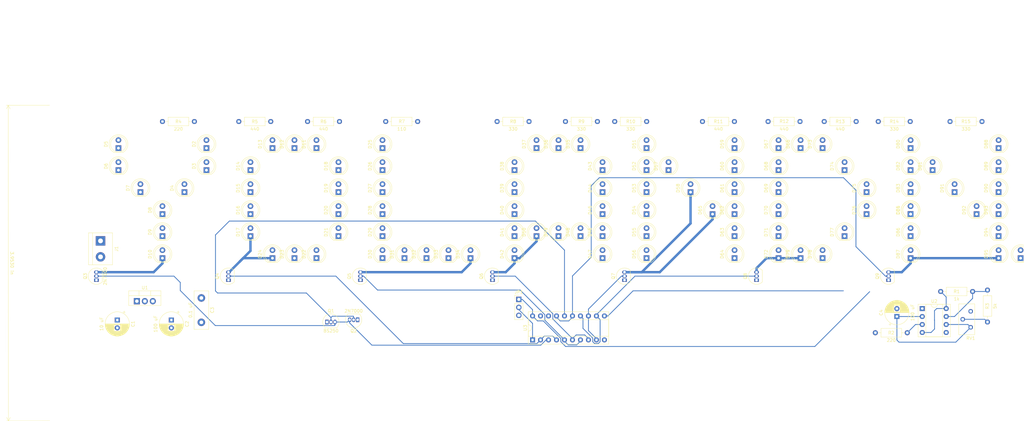
<source format=kicad_pcb>
(kicad_pcb (version 20171130) (host pcbnew 5.1.4-e60b266~84~ubuntu16.04.1)
  (title_block (title "Running LED (YOLAND)") (date 2019-08-23) (rev 1.0))
  (layers (0 F.Cu signal hide) (31 B.Cu signal) (35 F.Paste user) (37 F.SilkS user) (38 B.Mask user) (39 F.Mask user) (44 Edge.Cuts user))
  (net 0 "")
  (net 1 GND)
  (net 2 +24V)
  (net 3 +5V)
  (net 4 "Net-(C4-Pad1)")
  (net 5 "Net-(D1-Pad2)")
  (net 6 "Net-(D2-Pad2)")
  (net 7 "Net-(D2-Pad1)")
  (net 8 "Net-(D3-Pad1)")
  (net 9 "Net-(D4-Pad1)")
  (net 10 "Net-(D5-Pad1)")
  (net 11 "Net-(D6-Pad1)")
  (net 12 "Net-(D7-Pad1)")
  (net 13 "Net-(D8-Pad1)")
  (net 14 "Net-(D10-Pad2)")
  (net 15 "Net-(D10-Pad1)")
  (net 16 "Net-(D11-Pad2)")
  (net 17 "Net-(D11-Pad1)")
  (net 18 "Net-(D12-Pad1)")
  (net 19 "Net-(D13-Pad1)")
  (net 20 "Net-(D14-Pad1)")
  (net 21 "Net-(D15-Pad1)")
  (net 22 "Net-(D16-Pad1)")
  (net 23 "Net-(D17-Pad1)")
  (net 24 "Net-(D18-Pad2)")
  (net 25 "Net-(D18-Pad1)")
  (net 26 "Net-(D19-Pad1)")
  (net 27 "Net-(D20-Pad1)")
  (net 28 "Net-(D21-Pad1)")
  (net 29 "Net-(D22-Pad1)")
  (net 30 "Net-(D23-Pad1)")
  (net 31 "Net-(D25-Pad2)")
  (net 32 "Net-(D25-Pad1)")
  (net 33 "Net-(D26-Pad1)")
  (net 34 "Net-(D27-Pad1)")
  (net 35 "Net-(D28-Pad1)")
  (net 36 "Net-(D29-Pad1)")
  (net 37 "Net-(D30-Pad1)")
  (net 38 "Net-(D31-Pad1)")
  (net 39 "Net-(D32-Pad1)")
  (net 40 "Net-(D33-Pad1)")
  (net 41 "Net-(D34-Pad1)")
  (net 42 "Net-(D35-Pad2)")
  (net 43 "Net-(D35-Pad1)")
  (net 44 "Net-(D36-Pad1)")
  (net 45 "Net-(D37-Pad1)")
  (net 46 "Net-(D38-Pad1)")
  (net 47 "Net-(D39-Pad1)")
  (net 48 "Net-(D40-Pad1)")
  (net 49 "Net-(D41-Pad1)")
  (net 50 "Net-(D42-Pad1)")
  (net 51 "Net-(D43-Pad2)")
  (net 52 "Net-(D43-Pad1)")
  (net 53 "Net-(D44-Pad1)")
  (net 54 "Net-(D45-Pad1)")
  (net 55 "Net-(D46-Pad1)")
  (net 56 "Net-(D47-Pad1)")
  (net 57 "Net-(D48-Pad1)")
  (net 58 "Net-(D49-Pad1)")
  (net 59 "Net-(D51-Pad2)")
  (net 60 "Net-(D51-Pad1)")
  (net 61 "Net-(D52-Pad1)")
  (net 62 "Net-(D53-Pad1)")
  (net 63 "Net-(D54-Pad1)")
  (net 64 "Net-(D55-Pad1)")
  (net 65 "Net-(D56-Pad1)")
  (net 66 "Net-(D57-Pad1)")
  (net 67 "Net-(D58-Pad1)")
  (net 68 "Net-(D59-Pad2)")
  (net 69 "Net-(D59-Pad1)")
  (net 70 "Net-(D60-Pad1)")
  (net 71 "Net-(D61-Pad1)")
  (net 72 "Net-(D62-Pad1)")
  (net 73 "Net-(D63-Pad1)")
  (net 74 "Net-(D64-Pad1)")
  (net 75 "Net-(D66-Pad2)")
  (net 76 "Net-(D66-Pad1)")
  (net 77 "Net-(D67-Pad1)")
  (net 78 "Net-(D68-Pad1)")
  (net 79 "Net-(D69-Pad1)")
  (net 80 "Net-(D70-Pad1)")
  (net 81 "Net-(D71-Pad1)")
  (net 82 "Net-(D72-Pad1)")
  (net 83 "Net-(D73-Pad2)")
  (net 84 "Net-(D73-Pad1)")
  (net 85 "Net-(D74-Pad1)")
  (net 86 "Net-(D75-Pad1)")
  (net 87 "Net-(D76-Pad1)")
  (net 88 "Net-(D77-Pad1)")
  (net 89 "Net-(D78-Pad1)")
  (net 90 "Net-(D80-Pad2)")
  (net 91 "Net-(D80-Pad1)")
  (net 92 "Net-(D81-Pad1)")
  (net 93 "Net-(D82-Pad1)")
  (net 94 "Net-(D83-Pad1)")
  (net 95 "Net-(D84-Pad1)")
  (net 96 "Net-(D85-Pad1)")
  (net 97 "Net-(D86-Pad1)")
  (net 98 "Net-(D87-Pad1)")
  (net 99 "Net-(D88-Pad2)")
  (net 100 "Net-(D88-Pad1)")
  (net 101 "Net-(D89-Pad1)")
  (net 102 "Net-(D90-Pad1)")
  (net 103 "Net-(D91-Pad1)")
  (net 104 "Net-(D92-Pad1)")
  (net 105 "Net-(D93-Pad1)")
  (net 106 "Net-(D94-Pad1)")
  (net 107 "Net-(JP1-Pad2)")
  (net 108 /O_Y)
  (net 109 /INV_IN)
  (net 110 /O_O)
  (net 111 /O_L)
  (net 112 /O_A)
  (net 113 /O_N)
  (net 114 /O_D)
  (net 115 /O_N.)
  (net 116 "Net-(R1-Pad2)")
  (net 117 /CLOCK)
  (net 118 "Net-(R3-Pad1)")
  (net 119 "Net-(RV1-Pad3)")
  (net 120 "Net-(U2-Pad5)")
  (net 121 "Net-(U3-Pad19)")
  (net 122 "Net-(U3-Pad18)")
  (module Package_DIP:DIP-20_W7.62mm_Socket (layer F.Cu) (at 141.3002 169.5704 90)
    (fp_text reference U3 (at 3.81 -2.33 90) (layer F.SilkS))
    (fp_text value 74LS374)
    (pad 20 thru_hole oval (at 7.62 0 90) (size 1.6 1.6) (drill 0.8) (layers *.Cu *.Mask) (net 3 +5V))
    (pad 10 thru_hole oval (at 0 22.86 90) (size 1.6 1.6) (drill 0.8) (layers *.Cu *.Mask) (net 1 GND))
    (pad 19 thru_hole oval (at 7.62 2.54 90) (size 1.6 1.6) (drill 0.8) (layers *.Cu *.Mask) (net 121 "Net-(U3-Pad19)"))
    (pad 9 thru_hole oval (at 0 20.32 90) (size 1.6 1.6) (drill 0.8) (layers *.Cu *.Mask) (net 113 /O_N))
    (pad 18 thru_hole oval (at 7.62 5.08 90) (size 1.6 1.6) (drill 0.8) (layers *.Cu *.Mask) (net 122 "Net-(U3-Pad18)"))
    (pad 8 thru_hole oval (at 0 17.78 90) (size 1.6 1.6) (drill 0.8) (layers *.Cu *.Mask) (net 112 /O_A))
    (pad 17 thru_hole oval (at 7.62 7.62 90) (size 1.6 1.6) (drill 0.8) (layers *.Cu *.Mask) (net 115 /O_N.))
    (pad 7 thru_hole oval (at 0 15.24 90) (size 1.6 1.6) (drill 0.8) (layers *.Cu *.Mask) (net 111 /O_L))
    (pad 16 thru_hole oval (at 7.62 10.16 90) (size 1.6 1.6) (drill 0.8) (layers *.Cu *.Mask) (net 109 /INV_IN))
    (pad 6 thru_hole oval (at 0 12.7 90) (size 1.6 1.6) (drill 0.8) (layers *.Cu *.Mask) (net 112 /O_A))
    (pad 15 thru_hole oval (at 7.62 12.7 90) (size 1.6 1.6) (drill 0.8) (layers *.Cu *.Mask) (net 115 /O_N.))
    (pad 5 thru_hole oval (at 0 10.16 90) (size 1.6 1.6) (drill 0.8) (layers *.Cu *.Mask) (net 111 /O_L))
    (pad 14 thru_hole oval (at 7.62 15.24 90) (size 1.6 1.6) (drill 0.8) (layers *.Cu *.Mask) (net 114 /O_D))
    (pad 4 thru_hole oval (at 0 7.62 90) (size 1.6 1.6) (drill 0.8) (layers *.Cu *.Mask) (net 110 /O_O))
    (pad 13 thru_hole oval (at 7.62 17.78 90) (size 1.6 1.6) (drill 0.8) (layers *.Cu *.Mask) (net 113 /O_N))
    (pad 3 thru_hole oval (at 0 5.08 90) (size 1.6 1.6) (drill 0.8) (layers *.Cu *.Mask) (net 108 /O_Y))
    (pad 12 thru_hole oval (at 7.62 20.32 90) (size 1.6 1.6) (drill 0.8) (layers *.Cu *.Mask) (net 114 /O_D))
    (pad 2 thru_hole oval (at 0 2.54 90) (size 1.6 1.6) (drill 0.8) (layers *.Cu *.Mask) (net 110 /O_O))
    (pad 11 thru_hole oval (at 7.62 22.86 90) (size 1.6 1.6) (drill 0.8) (layers *.Cu *.Mask) (net 117 /CLOCK))
    (pad 1 thru_hole rect (at 0 0 90) (size 1.6 1.6) (drill 0.8) (layers *.Cu *.Mask) (net 107 "Net-(JP1-Pad2)"))
  )
  (module Resistor_THT:R_Axial_DIN0207_L6.3mm_D2.5mm_P10.16mm_Horizontal (layer F.Cu) (at 271.1356 154.1708)
    (fp_text reference R1 (at 5.08 0.0072) (layer F.SilkS))
    (fp_text value 1k (at 5.08 2.37) (layer F.SilkS))
    (pad 2 thru_hole oval (at 10.16 0) (size 1.6 1.6) (drill 0.8) (layers *.Cu *.Mask) (net 116 "Net-(R1-Pad2)"))
    (pad 1 thru_hole circle (at 0 0) (size 1.6 1.6) (drill 0.8) (layers *.Cu *.Mask) (net 3 +5V))
  )
  (module Resistor_THT:R_Axial_DIN0207_L6.3mm_D2.5mm_P10.16mm_Horizontal (layer F.Cu) (at 286.02 163.8808 90)
    (fp_text reference R3 (at 5.0546 -0.0414 90) (layer F.SilkS))
    (fp_text value 5k (at 5.08 2.37 90) (layer F.SilkS))
    (pad 2 thru_hole oval (at 10.16 0 90) (size 1.6 1.6) (drill 0.8) (layers *.Cu *.Mask) (net 116 "Net-(R1-Pad2)"))
    (pad 1 thru_hole circle (at 0 0 90) (size 1.6 1.6) (drill 0.8) (layers *.Cu *.Mask) (net 118 "Net-(R3-Pad1)"))
  )
  (module Package_DIP:DIP-8_W7.62mm_Socket (layer F.Cu) (at 265.272589 159.5972)
    (fp_text reference U2 (at 3.81 -2.33) (layer F.SilkS))
    (fp_text value LM555)
    (pad 8 thru_hole oval (at 7.62 0) (size 1.6 1.6) (drill 0.8) (layers *.Cu *.Mask) (net 3 +5V))
    (pad 4 thru_hole oval (at 0 7.62) (size 1.6 1.6) (drill 0.8) (layers *.Cu *.Mask) (net 3 +5V))
    (pad 7 thru_hole oval (at 7.62 2.54) (size 1.6 1.6) (drill 0.8) (layers *.Cu *.Mask) (net 116 "Net-(R1-Pad2)"))
    (pad 3 thru_hole oval (at 0 5.08) (size 1.6 1.6) (drill 0.8) (layers *.Cu *.Mask) (net 117 /CLOCK))
    (pad 6 thru_hole oval (at 7.62 5.08) (size 1.6 1.6) (drill 0.8) (layers *.Cu *.Mask) (net 4 "Net-(C4-Pad1)"))
    (pad 2 thru_hole oval (at 0 2.54) (size 1.6 1.6) (drill 0.8) (layers *.Cu *.Mask) (net 4 "Net-(C4-Pad1)"))
    (pad 5 thru_hole oval (at 7.62 7.62) (size 1.6 1.6) (drill 0.8) (layers *.Cu *.Mask) (net 120 "Net-(U2-Pad5)"))
    (pad 1 thru_hole rect (at 0 0) (size 1.6 1.6) (drill 0.8) (layers *.Cu *.Mask) (net 1 GND))
  )
  (module Package_TO_SOT_THT:TO-220-3_Vertical (layer F.Cu) (at 15.4178 157.2514)
    (fp_text reference U1 (at 2.54 -4.27) (layer F.SilkS))
    (fp_text value LM7808_TO220)
    (pad 3 thru_hole oval (at 5.08 0) (size 1.905 2) (drill 1.1) (layers *.Cu *.Mask) (net 3 +5V))
    (pad 2 thru_hole oval (at 2.54 0) (size 1.905 2) (drill 1.1) (layers *.Cu *.Mask) (net 1 GND))
    (pad 1 thru_hole rect (at 0 0) (size 1.905 2) (drill 1.1) (layers *.Cu *.Mask) (net 2 +24V))
  )
  (module Potentiometer_THT:Potentiometer_Bourns_3386X_Horizontal (layer F.Cu) (at 280.686 165.5572 180)
    (fp_text reference RV1 (at 0 -3.475) (layer F.SilkS))
    (fp_text value 10k)
    (pad 1 thru_hole circle (at 0 0 180) (size 1.44 1.44) (drill 0.8) (layers *.Cu *.Mask) (net 4 "Net-(C4-Pad1)"))
    (pad 2 thru_hole circle (at 2.54 2.54 180) (size 1.44 1.44) (drill 0.8) (layers *.Cu *.Mask) (net 118 "Net-(R3-Pad1)"))
    (pad 3 thru_hole circle (at 0 5.08 180) (size 1.44 1.44) (drill 0.8) (layers *.Cu *.Mask) (net 119 "Net-(RV1-Pad3)"))
  )
  (module Resistor_THT:R_Axial_DIN0207_L6.3mm_D2.5mm_P10.16mm_Horizontal (layer F.Cu) (at 274.1168 100.1014)
    (fp_text reference R15 (at 5.0546 -0.0254) (layer F.SilkS))
    (fp_text value 330 (at 5.08 2.37) (layer F.SilkS))
    (pad 2 thru_hole oval (at 10.16 0) (size 1.6 1.6) (drill 0.8) (layers *.Cu *.Mask) (net 99 "Net-(D88-Pad2)"))
    (pad 1 thru_hole circle (at 0 0) (size 1.6 1.6) (drill 0.8) (layers *.Cu *.Mask) (net 2 +24V))
  )
  (module Resistor_THT:R_Axial_DIN0207_L6.3mm_D2.5mm_P10.16mm_Horizontal (layer F.Cu) (at 251.2822 100.1014)
    (fp_text reference R14 (at 5.08 0) (layer F.SilkS))
    (fp_text value 330 (at 5.08 2.37) (layer F.SilkS))
    (pad 2 thru_hole oval (at 10.16 0) (size 1.6 1.6) (drill 0.8) (layers *.Cu *.Mask) (net 90 "Net-(D80-Pad2)"))
    (pad 1 thru_hole circle (at 0 0) (size 1.6 1.6) (drill 0.8) (layers *.Cu *.Mask) (net 2 +24V))
  )
  (module Resistor_THT:R_Axial_DIN0207_L6.3mm_D2.5mm_P10.16mm_Horizontal (layer F.Cu) (at 234.0864 100.1014)
    (fp_text reference R13 (at 5.08 0) (layer F.SilkS))
    (fp_text value 440 (at 5.08 2.37) (layer F.SilkS))
    (pad 2 thru_hole oval (at 10.16 0) (size 1.6 1.6) (drill 0.8) (layers *.Cu *.Mask) (net 83 "Net-(D73-Pad2)"))
    (pad 1 thru_hole circle (at 0 0) (size 1.6 1.6) (drill 0.8) (layers *.Cu *.Mask) (net 2 +24V))
  )
  (module Resistor_THT:R_Axial_DIN0207_L6.3mm_D2.5mm_P10.16mm_Horizontal (layer F.Cu) (at 216.2302 100.1014)
    (fp_text reference R12 (at 5.08 -0.0762) (layer F.SilkS))
    (fp_text value 440 (at 5.08 2.37) (layer F.SilkS))
    (pad 2 thru_hole oval (at 10.16 0) (size 1.6 1.6) (drill 0.8) (layers *.Cu *.Mask) (net 75 "Net-(D66-Pad2)"))
    (pad 1 thru_hole circle (at 0 0) (size 1.6 1.6) (drill 0.8) (layers *.Cu *.Mask) (net 2 +24V))
  )
  (module Resistor_THT:R_Axial_DIN0207_L6.3mm_D2.5mm_P10.16mm_Horizontal (layer F.Cu) (at 195.3514 100.1014)
    (fp_text reference R11 (at 5.0546 0) (layer F.SilkS))
    (fp_text value 440 (at 5.08 2.37) (layer F.SilkS))
    (pad 2 thru_hole oval (at 10.16 0) (size 1.6 1.6) (drill 0.8) (layers *.Cu *.Mask) (net 68 "Net-(D59-Pad2)"))
    (pad 1 thru_hole circle (at 0 0) (size 1.6 1.6) (drill 0.8) (layers *.Cu *.Mask) (net 2 +24V))
  )
  (module Resistor_THT:R_Axial_DIN0207_L6.3mm_D2.5mm_P10.16mm_Horizontal (layer F.Cu) (at 167.4368 100.1014)
    (fp_text reference R10 (at 5.1054 0) (layer F.SilkS))
    (fp_text value 330 (at 5.08 2.37) (layer F.SilkS))
    (pad 2 thru_hole oval (at 10.16 0) (size 1.6 1.6) (drill 0.8) (layers *.Cu *.Mask) (net 59 "Net-(D51-Pad2)"))
    (pad 1 thru_hole circle (at 0 0) (size 1.6 1.6) (drill 0.8) (layers *.Cu *.Mask) (net 2 +24V))
  )
  (module Resistor_THT:R_Axial_DIN0207_L6.3mm_D2.5mm_P10.16mm_Horizontal (layer F.Cu) (at 151.765 100.1014)
    (fp_text reference R9 (at 5.08 0) (layer F.SilkS))
    (fp_text value 330 (at 5.08 2.37) (layer F.SilkS))
    (pad 2 thru_hole oval (at 10.16 0) (size 1.6 1.6) (drill 0.8) (layers *.Cu *.Mask) (net 51 "Net-(D43-Pad2)"))
    (pad 1 thru_hole circle (at 0 0) (size 1.6 1.6) (drill 0.8) (layers *.Cu *.Mask) (net 2 +24V))
  )
  (module Resistor_THT:R_Axial_DIN0207_L6.3mm_D2.5mm_P10.16mm_Horizontal (layer F.Cu) (at 130.0226 100.1014)
    (fp_text reference R8 (at 5.08 0) (layer F.SilkS))
    (fp_text value 330 (at 5.08 2.37) (layer F.SilkS))
    (pad 2 thru_hole oval (at 10.16 0) (size 1.6 1.6) (drill 0.8) (layers *.Cu *.Mask) (net 42 "Net-(D35-Pad2)"))
    (pad 1 thru_hole circle (at 0 0) (size 1.6 1.6) (drill 0.8) (layers *.Cu *.Mask) (net 2 +24V))
  )
  (module Resistor_THT:R_Axial_DIN0207_L6.3mm_D2.5mm_P10.16mm_Horizontal (layer F.Cu) (at 94.5896 100.1014)
    (fp_text reference R7 (at 5.1054 -0.0254) (layer F.SilkS))
    (fp_text value 110 (at 5.08 2.37) (layer F.SilkS))
    (pad 2 thru_hole oval (at 10.16 0) (size 1.6 1.6) (drill 0.8) (layers *.Cu *.Mask) (net 31 "Net-(D25-Pad2)"))
    (pad 1 thru_hole circle (at 0 0) (size 1.6 1.6) (drill 0.8) (layers *.Cu *.Mask) (net 2 +24V))
  )
  (module Resistor_THT:R_Axial_DIN0207_L6.3mm_D2.5mm_P10.16mm_Horizontal (layer F.Cu) (at 69.723 100.1014)
    (fp_text reference R6 (at 5.0546 0.0254) (layer F.SilkS))
    (fp_text value 440 (at 5.08 2.37) (layer F.SilkS))
    (pad 2 thru_hole oval (at 10.16 0) (size 1.6 1.6) (drill 0.8) (layers *.Cu *.Mask) (net 24 "Net-(D18-Pad2)"))
    (pad 1 thru_hole circle (at 0 0) (size 1.6 1.6) (drill 0.8) (layers *.Cu *.Mask) (net 2 +24V))
  )
  (module Resistor_THT:R_Axial_DIN0207_L6.3mm_D2.5mm_P10.16mm_Horizontal (layer F.Cu) (at 47.8536 100.1014)
    (fp_text reference R5 (at 5.08 0.0254) (layer F.SilkS))
    (fp_text value 440 (at 5.08 2.37) (layer F.SilkS))
    (pad 2 thru_hole oval (at 10.16 0) (size 1.6 1.6) (drill 0.8) (layers *.Cu *.Mask) (net 16 "Net-(D11-Pad2)"))
    (pad 1 thru_hole circle (at 0 0) (size 1.6 1.6) (drill 0.8) (layers *.Cu *.Mask) (net 2 +24V))
  )
  (module Resistor_THT:R_Axial_DIN0207_L6.3mm_D2.5mm_P10.16mm_Horizontal (layer F.Cu) (at 23.5608 100.1014)
    (fp_text reference R4 (at 5.0904 0.0254) (layer F.SilkS))
    (fp_text value 220 (at 5.08 2.37) (layer F.SilkS))
    (pad 2 thru_hole oval (at 10.16 0) (size 1.6 1.6) (drill 0.8) (layers *.Cu *.Mask) (net 6 "Net-(D2-Pad2)"))
    (pad 1 thru_hole circle (at 0 0) (size 1.6 1.6) (drill 0.8) (layers *.Cu *.Mask) (net 2 +24V))
  )
  (module Resistor_THT:R_Axial_DIN0207_L6.3mm_D2.5mm_P10.16mm_Horizontal (layer F.Cu) (at 250.3424 167.2972)
    (fp_text reference R2 (at 5.0546 0.0126) (layer F.SilkS))
    (fp_text value 220 (at 5.08 2.37) (layer F.SilkS))
    (pad 2 thru_hole oval (at 10.16 0) (size 1.6 1.6) (drill 0.8) (layers *.Cu *.Mask) (net 117 /CLOCK))
    (pad 1 thru_hole circle (at 0 0) (size 1.6 1.6) (drill 0.8) (layers *.Cu *.Mask) (net 5 "Net-(D1-Pad2)"))
  )
  (module Package_TO_SOT_THT:TO-92_Inline (layer F.Cu) (at 254.5608 150.5654 90)
    (fp_text reference Q9 (at 1.27 -3.56 90) (layer F.SilkS))
    (fp_text value 2N7000)
    (pad 1 thru_hole rect (at 0 0 90) (size 1.05 1.5) (drill 0.75) (layers *.Cu *.Mask) (net 1 GND))
    (pad 3 thru_hole oval (at 2.54 0 90) (size 1.05 1.5) (drill 0.75) (layers *.Cu *.Mask) (net 98 "Net-(D87-Pad1)"))
    (pad 2 thru_hole oval (at 1.27 0 90) (size 1.05 1.5) (drill 0.75) (layers *.Cu *.Mask) (net 115 /O_N.))
  )
  (module Package_TO_SOT_THT:TO-92_Inline (layer F.Cu) (at 212.5608 150.5654 90)
    (fp_text reference Q8 (at 1.27 -3.56 90) (layer F.SilkS))
    (fp_text value 2N7000)
    (pad 1 thru_hole rect (at 0 0 90) (size 1.05 1.5) (drill 0.75) (layers *.Cu *.Mask) (net 1 GND))
    (pad 3 thru_hole oval (at 2.54 0 90) (size 1.05 1.5) (drill 0.75) (layers *.Cu *.Mask) (net 82 "Net-(D72-Pad1)"))
    (pad 2 thru_hole oval (at 1.27 0 90) (size 1.05 1.5) (drill 0.75) (layers *.Cu *.Mask) (net 114 /O_D))
  )
  (module Package_TO_SOT_THT:TO-92_Inline (layer F.Cu) (at 170.5608 150.5654 90)
    (fp_text reference Q7 (at 1.27 -3.56 90) (layer F.SilkS))
    (fp_text value 2N7000)
    (pad 1 thru_hole rect (at 0 0 90) (size 1.05 1.5) (drill 0.75) (layers *.Cu *.Mask) (net 1 GND))
    (pad 3 thru_hole oval (at 2.54 0 90) (size 1.05 1.5) (drill 0.75) (layers *.Cu *.Mask) (net 67 "Net-(D58-Pad1)"))
    (pad 2 thru_hole oval (at 1.27 0 90) (size 1.05 1.5) (drill 0.75) (layers *.Cu *.Mask) (net 113 /O_N))
  )
  (module Package_TO_SOT_THT:TO-92_Inline (layer F.Cu) (at 128.5608 150.5654 90)
    (fp_text reference Q6 (at 1.27 -3.56 90) (layer F.SilkS))
    (fp_text value 2N7000)
    (pad 1 thru_hole rect (at 0 0 90) (size 1.05 1.5) (drill 0.75) (layers *.Cu *.Mask) (net 1 GND))
    (pad 3 thru_hole oval (at 2.54 0 90) (size 1.05 1.5) (drill 0.75) (layers *.Cu *.Mask) (net 50 "Net-(D42-Pad1)"))
    (pad 2 thru_hole oval (at 1.27 0 90) (size 1.05 1.5) (drill 0.75) (layers *.Cu *.Mask) (net 112 /O_A))
  )
  (module Package_TO_SOT_THT:TO-92_Inline (layer F.Cu) (at 86.5608 150.5654 90)
    (fp_text reference Q5 (at 1.27 -3.56 90) (layer F.SilkS))
    (fp_text value 2N7000)
    (pad 1 thru_hole rect (at 0 0 90) (size 1.05 1.5) (drill 0.75) (layers *.Cu *.Mask) (net 1 GND))
    (pad 3 thru_hole oval (at 2.54 0 90) (size 1.05 1.5) (drill 0.75) (layers *.Cu *.Mask) (net 41 "Net-(D34-Pad1)"))
    (pad 2 thru_hole oval (at 1.27 0 90) (size 1.05 1.5) (drill 0.75) (layers *.Cu *.Mask) (net 111 /O_L))
  )
  (module Package_TO_SOT_THT:TO-92_Inline (layer F.Cu) (at 44.5608 150.5654 90)
    (fp_text reference Q4 (at 1.27 -3.56 90) (layer F.SilkS))
    (fp_text value 2N7000)
    (pad 1 thru_hole rect (at 0 0 90) (size 1.05 1.5) (drill 0.75) (layers *.Cu *.Mask) (net 1 GND))
    (pad 3 thru_hole oval (at 2.54 0 90) (size 1.05 1.5) (drill 0.75) (layers *.Cu *.Mask) (net 23 "Net-(D17-Pad1)"))
    (pad 2 thru_hole oval (at 1.27 0 90) (size 1.05 1.5) (drill 0.75) (layers *.Cu *.Mask) (net 110 /O_O))
  )
  (module Package_TO_SOT_THT:TO-92_Inline (layer F.Cu) (at 2.5608 150.5654 90)
    (fp_text reference Q3 (at 1.27 -3.56 90) (layer F.SilkS))
    (fp_text value 2N7000 (at 1.27 2.79 90) (layer F.SilkS))
    (pad 1 thru_hole rect (at 0 0 90) (size 1.05 1.5) (drill 0.75) (layers *.Cu *.Mask) (net 1 GND))
    (pad 3 thru_hole oval (at 2.54 0 90) (size 1.05 1.5) (drill 0.75) (layers *.Cu *.Mask) (net 15 "Net-(D10-Pad1)"))
    (pad 2 thru_hole oval (at 1.27 0 90) (size 1.05 1.5) (drill 0.75) (layers *.Cu *.Mask) (net 108 /O_Y))
  )
  (module Package_TO_SOT_THT:TO-92_Inline (layer F.Cu) (at 85.6488 163.1696 180)
    (fp_text reference Q2 (at 1.27 -3.56) (layer F.SilkS))
    (fp_text value 2N7000 (at 1.27 2.79) (layer F.SilkS))
    (pad 2 thru_hole oval (at 1.27 0 180) (size 1.05 1.5) (drill 0.75) (layers *.Cu *.Mask) (net 109 /INV_IN))
    (pad 3 thru_hole oval (at 2.54 0 180) (size 1.05 1.5) (drill 0.75) (layers *.Cu *.Mask) (net 108 /O_Y))
    (pad 1 thru_hole rect (at 0 0 180) (size 1.05 1.5) (drill 0.75) (layers *.Cu *.Mask) (net 1 GND))
  )
  (module Package_TO_SOT_THT:TO-92_Inline (layer F.Cu) (at 75.8952 163.8896)
    (fp_text reference Q1 (at 1.27 -3.56) (layer F.SilkS))
    (fp_text value BS250 (at 1.27 2.79) (layer F.SilkS))
    (pad 2 thru_hole oval (at 1.27 0) (size 1.05 1.5) (drill 0.75) (layers *.Cu *.Mask) (net 109 /INV_IN))
    (pad 3 thru_hole oval (at 2.54 0) (size 1.05 1.5) (drill 0.75) (layers *.Cu *.Mask) (net 108 /O_Y))
    (pad 1 thru_hole rect (at 0 0) (size 1.05 1.5) (drill 0.75) (layers *.Cu *.Mask) (net 3 +5V))
  )
  (module Connector_PinHeader_2.54mm:PinHeader_1x03_P2.54mm_Vertical (layer F.Cu) (at 136.9314 156.6926)
    (fp_text reference JP1 (at 0 -2.33) (layer F.SilkS))
    (fp_text value Jumper_NC_Dual)
    (pad 3 thru_hole oval (at 0 5.08) (size 1.7 1.7) (drill 1) (layers *.Cu *.Mask) (net 1 GND))
    (pad 2 thru_hole oval (at 0 2.54) (size 1.7 1.7) (drill 1) (layers *.Cu *.Mask) (net 107 "Net-(JP1-Pad2)"))
    (pad 1 thru_hole rect (at 0 0) (size 1.7 1.7) (drill 1) (layers *.Cu *.Mask) (net 3 +5V))
  )
  (module TerminalBlock:TerminalBlock_bornier-2_P5.08mm (layer F.Cu) (at 3.8608 138.0744 270)
    (fp_text reference J1 (at 2.54 -5.08 90) (layer F.SilkS))
    (fp_text value Power_Terminal)
    (pad 2 thru_hole circle (at 5.08 0 270) (size 3 3) (drill 1.52) (layers *.Cu *.Mask) (net 1 GND))
    (pad 1 thru_hole rect (at 0 0 270) (size 3 3) (drill 1.52) (layers *.Cu *.Mask) (net 2 +24V))
  )
  (module LED_THT:LED_D5.0mm (layer F.Cu) (at 289.5608 143.5654 90)
    (fp_text reference D95 (at 1.27 -3.96 90) (layer F.SilkS))
    (fp_text value LED)
    (pad 2 thru_hole circle (at 2.54 0 90) (size 1.8 1.8) (drill 0.9) (layers *.Cu *.Mask) (net 106 "Net-(D94-Pad1)"))
    (pad 1 thru_hole rect (at 0 0 90) (size 1.8 1.8) (drill 0.9) (layers *.Cu *.Mask) (net 98 "Net-(D87-Pad1)"))
  )
  (module LED_THT:LED_D5.0mm (layer F.Cu) (at 289.5608 136.5654 90)
    (fp_text reference D94 (at 1.27 -3.96 90) (layer F.SilkS))
    (fp_text value LED)
    (pad 2 thru_hole circle (at 2.54 0 90) (size 1.8 1.8) (drill 0.9) (layers *.Cu *.Mask) (net 105 "Net-(D93-Pad1)"))
    (pad 1 thru_hole rect (at 0 0 90) (size 1.8 1.8) (drill 0.9) (layers *.Cu *.Mask) (net 106 "Net-(D94-Pad1)"))
  )
  (module LED_THT:LED_D5.0mm (layer F.Cu) (at 289.5608 129.5654 90)
    (fp_text reference D93 (at 1.27 -3.96 90) (layer F.SilkS))
    (fp_text value LED)
    (pad 2 thru_hole circle (at 2.54 0 90) (size 1.8 1.8) (drill 0.9) (layers *.Cu *.Mask) (net 104 "Net-(D92-Pad1)"))
    (pad 1 thru_hole rect (at 0 0 90) (size 1.8 1.8) (drill 0.9) (layers *.Cu *.Mask) (net 105 "Net-(D93-Pad1)"))
  )
  (module LED_THT:LED_D5.0mm (layer F.Cu) (at 282.5608 129.5654 90)
    (fp_text reference D92 (at 1.27 -3.96 90) (layer F.SilkS))
    (fp_text value LED)
    (pad 2 thru_hole circle (at 2.54 0 90) (size 1.8 1.8) (drill 0.9) (layers *.Cu *.Mask) (net 103 "Net-(D91-Pad1)"))
    (pad 1 thru_hole rect (at 0 0 90) (size 1.8 1.8) (drill 0.9) (layers *.Cu *.Mask) (net 104 "Net-(D92-Pad1)"))
  )
  (module LED_THT:LED_D5.0mm (layer F.Cu) (at 275.5608 122.5654 90)
    (fp_text reference D91 (at 1.27 -3.96 90) (layer F.SilkS))
    (fp_text value LED)
    (pad 2 thru_hole circle (at 2.54 0 90) (size 1.8 1.8) (drill 0.9) (layers *.Cu *.Mask) (net 102 "Net-(D90-Pad1)"))
    (pad 1 thru_hole rect (at 0 0 90) (size 1.8 1.8) (drill 0.9) (layers *.Cu *.Mask) (net 103 "Net-(D91-Pad1)"))
  )
  (module LED_THT:LED_D5.0mm (layer F.Cu) (at 289.5608 122.5654 90)
    (fp_text reference D90 (at 1.27 -3.96 90) (layer F.SilkS))
    (fp_text value LED)
    (pad 2 thru_hole circle (at 2.54 0 90) (size 1.8 1.8) (drill 0.9) (layers *.Cu *.Mask) (net 101 "Net-(D89-Pad1)"))
    (pad 1 thru_hole rect (at 0 0 90) (size 1.8 1.8) (drill 0.9) (layers *.Cu *.Mask) (net 102 "Net-(D90-Pad1)"))
  )
  (module LED_THT:LED_D5.0mm (layer F.Cu) (at 289.5608 115.5654 90)
    (fp_text reference D89 (at 1.27 -3.96 90) (layer F.SilkS))
    (fp_text value LED)
    (pad 2 thru_hole circle (at 2.54 0 90) (size 1.8 1.8) (drill 0.9) (layers *.Cu *.Mask) (net 100 "Net-(D88-Pad1)"))
    (pad 1 thru_hole rect (at 0 0 90) (size 1.8 1.8) (drill 0.9) (layers *.Cu *.Mask) (net 101 "Net-(D89-Pad1)"))
  )
  (module LED_THT:LED_D5.0mm (layer F.Cu) (at 289.5608 108.5654 90)
    (fp_text reference D88 (at 1.27 -3.96 90) (layer F.SilkS))
    (fp_text value LED)
    (pad 2 thru_hole circle (at 2.54 0 90) (size 1.8 1.8) (drill 0.9) (layers *.Cu *.Mask) (net 99 "Net-(D88-Pad2)"))
    (pad 1 thru_hole rect (at 0 0 90) (size 1.8 1.8) (drill 0.9) (layers *.Cu *.Mask) (net 100 "Net-(D88-Pad1)"))
  )
  (module LED_THT:LED_D5.0mm (layer F.Cu) (at 261.5608 143.5654 90)
    (fp_text reference D87 (at 1.27 -3.96 90) (layer F.SilkS))
    (fp_text value LED)
    (pad 2 thru_hole circle (at 2.54 0 90) (size 1.8 1.8) (drill 0.9) (layers *.Cu *.Mask) (net 97 "Net-(D86-Pad1)"))
    (pad 1 thru_hole rect (at 0 0 90) (size 1.8 1.8) (drill 0.9) (layers *.Cu *.Mask) (net 98 "Net-(D87-Pad1)"))
  )
  (module LED_THT:LED_D5.0mm (layer F.Cu) (at 261.5608 136.5654 90)
    (fp_text reference D86 (at 1.27 -3.96 90) (layer F.SilkS))
    (fp_text value LED)
    (pad 2 thru_hole circle (at 2.54 0 90) (size 1.8 1.8) (drill 0.9) (layers *.Cu *.Mask) (net 96 "Net-(D85-Pad1)"))
    (pad 1 thru_hole rect (at 0 0 90) (size 1.8 1.8) (drill 0.9) (layers *.Cu *.Mask) (net 97 "Net-(D86-Pad1)"))
  )
  (module LED_THT:LED_D5.0mm (layer F.Cu) (at 261.5608 129.5654 90)
    (fp_text reference D85 (at 1.27 -3.96 90) (layer F.SilkS))
    (fp_text value LED)
    (pad 2 thru_hole circle (at 2.54 0 90) (size 1.8 1.8) (drill 0.9) (layers *.Cu *.Mask) (net 95 "Net-(D84-Pad1)"))
    (pad 1 thru_hole rect (at 0 0 90) (size 1.8 1.8) (drill 0.9) (layers *.Cu *.Mask) (net 96 "Net-(D85-Pad1)"))
  )
  (module LED_THT:LED_D5.0mm (layer F.Cu) (at 261.5608 129.5654 90)
    (fp_text reference D84 (at 1.27 -3.96 90) (layer F.SilkS))
    (fp_text value LED)
    (pad 2 thru_hole circle (at 2.54 0 90) (size 1.8 1.8) (drill 0.9) (layers *.Cu *.Mask) (net 94 "Net-(D83-Pad1)"))
    (pad 1 thru_hole rect (at 0 0 90) (size 1.8 1.8) (drill 0.9) (layers *.Cu *.Mask) (net 95 "Net-(D84-Pad1)"))
  )
  (module LED_THT:LED_D5.0mm (layer F.Cu) (at 261.5608 122.5654 90)
    (fp_text reference D83 (at 1.27 -3.96 90) (layer F.SilkS))
    (fp_text value LED)
    (pad 2 thru_hole circle (at 2.54 0 90) (size 1.8 1.8) (drill 0.9) (layers *.Cu *.Mask) (net 93 "Net-(D82-Pad1)"))
    (pad 1 thru_hole rect (at 0 0 90) (size 1.8 1.8) (drill 0.9) (layers *.Cu *.Mask) (net 94 "Net-(D83-Pad1)"))
  )
  (module LED_THT:LED_D5.0mm (layer F.Cu) (at 261.5608 115.5654 90)
    (fp_text reference D82 (at 1.27 -3.96 90) (layer F.SilkS))
    (fp_text value LED)
    (pad 2 thru_hole circle (at 2.54 0 90) (size 1.8 1.8) (drill 0.9) (layers *.Cu *.Mask) (net 92 "Net-(D81-Pad1)"))
    (pad 1 thru_hole rect (at 0 0 90) (size 1.8 1.8) (drill 0.9) (layers *.Cu *.Mask) (net 93 "Net-(D82-Pad1)"))
  )
  (module LED_THT:LED_D5.0mm (layer F.Cu) (at 268.5608 115.5654 90)
    (fp_text reference D81 (at 1.27 -3.96 90) (layer F.SilkS))
    (fp_text value LED)
    (pad 2 thru_hole circle (at 2.54 0 90) (size 1.8 1.8) (drill 0.9) (layers *.Cu *.Mask) (net 91 "Net-(D80-Pad1)"))
    (pad 1 thru_hole rect (at 0 0 90) (size 1.8 1.8) (drill 0.9) (layers *.Cu *.Mask) (net 92 "Net-(D81-Pad1)"))
  )
  (module LED_THT:LED_D5.0mm (layer F.Cu) (at 261.5608 108.5654 90)
    (fp_text reference D80 (at 1.27 -3.96 90) (layer F.SilkS))
    (fp_text value LED)
    (pad 2 thru_hole circle (at 2.54 0 90) (size 1.8 1.8) (drill 0.9) (layers *.Cu *.Mask) (net 90 "Net-(D80-Pad2)"))
    (pad 1 thru_hole rect (at 0 0 90) (size 1.8 1.8) (drill 0.9) (layers *.Cu *.Mask) (net 91 "Net-(D80-Pad1)"))
  )
  (module LED_THT:LED_D5.0mm (layer F.Cu) (at 226.5608 143.5654 90)
    (fp_text reference D79 (at 1.27 -3.96 90) (layer F.SilkS))
    (fp_text value LED)
    (pad 2 thru_hole circle (at 2.54 0 90) (size 1.8 1.8) (drill 0.9) (layers *.Cu *.Mask) (net 89 "Net-(D78-Pad1)"))
    (pad 1 thru_hole rect (at 0 0 90) (size 1.8 1.8) (drill 0.9) (layers *.Cu *.Mask) (net 82 "Net-(D72-Pad1)"))
  )
  (module LED_THT:LED_D5.0mm (layer F.Cu) (at 233.5608 143.5654 90)
    (fp_text reference D78 (at 1.27 -3.96 90) (layer F.SilkS))
    (fp_text value LED)
    (pad 2 thru_hole circle (at 2.54 0 90) (size 1.8 1.8) (drill 0.9) (layers *.Cu *.Mask) (net 88 "Net-(D77-Pad1)"))
    (pad 1 thru_hole rect (at 0 0 90) (size 1.8 1.8) (drill 0.9) (layers *.Cu *.Mask) (net 89 "Net-(D78-Pad1)"))
  )
  (module LED_THT:LED_D5.0mm (layer F.Cu) (at 240.5608 136.5654 90)
    (fp_text reference D77 (at 1.27 -3.96 90) (layer F.SilkS))
    (fp_text value LED)
    (pad 2 thru_hole circle (at 2.54 0 90) (size 1.8 1.8) (drill 0.9) (layers *.Cu *.Mask) (net 87 "Net-(D76-Pad1)"))
    (pad 1 thru_hole rect (at 0 0 90) (size 1.8 1.8) (drill 0.9) (layers *.Cu *.Mask) (net 88 "Net-(D77-Pad1)"))
  )
  (module LED_THT:LED_D5.0mm (layer F.Cu) (at 247.5608 129.5654 90)
    (fp_text reference D76 (at 1.27 -3.96 90) (layer F.SilkS))
    (fp_text value LED)
    (pad 2 thru_hole circle (at 2.54 0 90) (size 1.8 1.8) (drill 0.9) (layers *.Cu *.Mask) (net 86 "Net-(D75-Pad1)"))
    (pad 1 thru_hole rect (at 0 0 90) (size 1.8 1.8) (drill 0.9) (layers *.Cu *.Mask) (net 87 "Net-(D76-Pad1)"))
  )
  (module LED_THT:LED_D5.0mm (layer F.Cu) (at 247.5608 122.5654 90)
    (fp_text reference D75 (at 1.27 -3.96 90) (layer F.SilkS))
    (fp_text value LED)
    (pad 2 thru_hole circle (at 2.54 0 90) (size 1.8 1.8) (drill 0.9) (layers *.Cu *.Mask) (net 85 "Net-(D74-Pad1)"))
    (pad 1 thru_hole rect (at 0 0 90) (size 1.8 1.8) (drill 0.9) (layers *.Cu *.Mask) (net 86 "Net-(D75-Pad1)"))
  )
  (module LED_THT:LED_D5.0mm (layer F.Cu) (at 240.5608 115.5654 90)
    (fp_text reference D74 (at 1.27 -3.96 90) (layer F.SilkS))
    (fp_text value LED)
    (pad 2 thru_hole circle (at 2.54 0 90) (size 1.8 1.8) (drill 0.9) (layers *.Cu *.Mask) (net 84 "Net-(D73-Pad1)"))
    (pad 1 thru_hole rect (at 0 0 90) (size 1.8 1.8) (drill 0.9) (layers *.Cu *.Mask) (net 85 "Net-(D74-Pad1)"))
  )
  (module LED_THT:LED_D5.0mm (layer F.Cu) (at 233.5608 108.5654 90)
    (fp_text reference D73 (at 1.27 -3.96 90) (layer F.SilkS))
    (fp_text value LED)
    (pad 2 thru_hole circle (at 2.54 0 90) (size 1.8 1.8) (drill 0.9) (layers *.Cu *.Mask) (net 83 "Net-(D73-Pad2)"))
    (pad 1 thru_hole rect (at 0 0 90) (size 1.8 1.8) (drill 0.9) (layers *.Cu *.Mask) (net 84 "Net-(D73-Pad1)"))
  )
  (module LED_THT:LED_D5.0mm (layer F.Cu) (at 219.5608 143.5654 90)
    (fp_text reference D72 (at 1.27 -3.96 90) (layer F.SilkS))
    (fp_text value LED)
    (pad 2 thru_hole circle (at 2.54 0 90) (size 1.8 1.8) (drill 0.9) (layers *.Cu *.Mask) (net 81 "Net-(D71-Pad1)"))
    (pad 1 thru_hole rect (at 0 0 90) (size 1.8 1.8) (drill 0.9) (layers *.Cu *.Mask) (net 82 "Net-(D72-Pad1)"))
  )
  (module LED_THT:LED_D5.0mm (layer F.Cu) (at 219.5608 136.5654 90)
    (fp_text reference D71 (at 1.27 -3.96 90) (layer F.SilkS))
    (fp_text value LED)
    (pad 2 thru_hole circle (at 2.54 0 90) (size 1.8 1.8) (drill 0.9) (layers *.Cu *.Mask) (net 80 "Net-(D70-Pad1)"))
    (pad 1 thru_hole rect (at 0 0 90) (size 1.8 1.8) (drill 0.9) (layers *.Cu *.Mask) (net 81 "Net-(D71-Pad1)"))
  )
  (module LED_THT:LED_D5.0mm (layer F.Cu) (at 219.5608 129.5654 90)
    (fp_text reference D70 (at 1.27 -3.96 90) (layer F.SilkS))
    (fp_text value LED)
    (pad 2 thru_hole circle (at 2.54 0 90) (size 1.8 1.8) (drill 0.9) (layers *.Cu *.Mask) (net 79 "Net-(D69-Pad1)"))
    (pad 1 thru_hole rect (at 0 0 90) (size 1.8 1.8) (drill 0.9) (layers *.Cu *.Mask) (net 80 "Net-(D70-Pad1)"))
  )
  (module LED_THT:LED_D5.0mm (layer F.Cu) (at 219.5608 122.5654 90)
    (fp_text reference D69 (at 1.27 -3.96 90) (layer F.SilkS))
    (fp_text value LED)
    (pad 2 thru_hole circle (at 2.54 0 90) (size 1.8 1.8) (drill 0.9) (layers *.Cu *.Mask) (net 78 "Net-(D68-Pad1)"))
    (pad 1 thru_hole rect (at 0 0 90) (size 1.8 1.8) (drill 0.9) (layers *.Cu *.Mask) (net 79 "Net-(D69-Pad1)"))
  )
  (module LED_THT:LED_D5.0mm (layer F.Cu) (at 219.5608 115.5654 90)
    (fp_text reference D68 (at 1.27 -3.96 90) (layer F.SilkS))
    (fp_text value LED)
    (pad 2 thru_hole circle (at 2.54 0 90) (size 1.8 1.8) (drill 0.9) (layers *.Cu *.Mask) (net 77 "Net-(D67-Pad1)"))
    (pad 1 thru_hole rect (at 0 0 90) (size 1.8 1.8) (drill 0.9) (layers *.Cu *.Mask) (net 78 "Net-(D68-Pad1)"))
  )
  (module LED_THT:LED_D5.0mm (layer F.Cu) (at 219.5608 108.5654 90)
    (fp_text reference D67 (at 1.27 -3.96 90) (layer F.SilkS))
    (fp_text value LED)
    (pad 2 thru_hole circle (at 2.54 0 90) (size 1.8 1.8) (drill 0.9) (layers *.Cu *.Mask) (net 76 "Net-(D66-Pad1)"))
    (pad 1 thru_hole rect (at 0 0 90) (size 1.8 1.8) (drill 0.9) (layers *.Cu *.Mask) (net 77 "Net-(D67-Pad1)"))
  )
  (module LED_THT:LED_D5.0mm (layer F.Cu) (at 226.5608 108.5654 90)
    (fp_text reference D66 (at 1.27 -3.96 90) (layer F.SilkS))
    (fp_text value LED)
    (pad 2 thru_hole circle (at 2.54 0 90) (size 1.8 1.8) (drill 0.9) (layers *.Cu *.Mask) (net 75 "Net-(D66-Pad2)"))
    (pad 1 thru_hole rect (at 0 0 90) (size 1.8 1.8) (drill 0.9) (layers *.Cu *.Mask) (net 76 "Net-(D66-Pad1)"))
  )
  (module LED_THT:LED_D5.0mm (layer F.Cu) (at 198.5608 129.5654 90)
    (fp_text reference D65 (at 1.27 -3.96 90) (layer F.SilkS))
    (fp_text value LED)
    (pad 2 thru_hole circle (at 2.54 0 90) (size 1.8 1.8) (drill 0.9) (layers *.Cu *.Mask) (net 74 "Net-(D64-Pad1)"))
    (pad 1 thru_hole rect (at 0 0 90) (size 1.8 1.8) (drill 0.9) (layers *.Cu *.Mask) (net 67 "Net-(D58-Pad1)"))
  )
  (module LED_THT:LED_D5.0mm (layer F.Cu) (at 205.5608 143.5654 90)
    (fp_text reference D64 (at 1.27 -3.96 90) (layer F.SilkS))
    (fp_text value LED)
    (pad 2 thru_hole circle (at 2.54 0 90) (size 1.8 1.8) (drill 0.9) (layers *.Cu *.Mask) (net 73 "Net-(D63-Pad1)"))
    (pad 1 thru_hole rect (at 0 0 90) (size 1.8 1.8) (drill 0.9) (layers *.Cu *.Mask) (net 74 "Net-(D64-Pad1)"))
  )
  (module LED_THT:LED_D5.0mm (layer F.Cu) (at 205.5608 136.5654 90)
    (fp_text reference D63 (at 1.27 -3.96 90) (layer F.SilkS))
    (fp_text value LED)
    (pad 2 thru_hole circle (at 2.54 0 90) (size 1.8 1.8) (drill 0.9) (layers *.Cu *.Mask) (net 72 "Net-(D62-Pad1)"))
    (pad 1 thru_hole rect (at 0 0 90) (size 1.8 1.8) (drill 0.9) (layers *.Cu *.Mask) (net 73 "Net-(D63-Pad1)"))
  )
  (module LED_THT:LED_D5.0mm (layer F.Cu) (at 205.5608 129.5654 90)
    (fp_text reference D62 (at 1.27 -3.96 90) (layer F.SilkS))
    (fp_text value LED)
    (pad 2 thru_hole circle (at 2.54 0 90) (size 1.8 1.8) (drill 0.9) (layers *.Cu *.Mask) (net 71 "Net-(D61-Pad1)"))
    (pad 1 thru_hole rect (at 0 0 90) (size 1.8 1.8) (drill 0.9) (layers *.Cu *.Mask) (net 72 "Net-(D62-Pad1)"))
  )
  (module LED_THT:LED_D5.0mm (layer F.Cu) (at 205.5608 122.5654 90)
    (fp_text reference D61 (at 1.27 -3.96 90) (layer F.SilkS))
    (fp_text value LED)
    (pad 2 thru_hole circle (at 2.54 0 90) (size 1.8 1.8) (drill 0.9) (layers *.Cu *.Mask) (net 70 "Net-(D60-Pad1)"))
    (pad 1 thru_hole rect (at 0 0 90) (size 1.8 1.8) (drill 0.9) (layers *.Cu *.Mask) (net 71 "Net-(D61-Pad1)"))
  )
  (module LED_THT:LED_D5.0mm (layer F.Cu) (at 205.5608 115.5654 90)
    (fp_text reference D60 (at 1.27 -3.96 90) (layer F.SilkS))
    (fp_text value LED)
    (pad 2 thru_hole circle (at 2.54 0 90) (size 1.8 1.8) (drill 0.9) (layers *.Cu *.Mask) (net 69 "Net-(D59-Pad1)"))
    (pad 1 thru_hole rect (at 0 0 90) (size 1.8 1.8) (drill 0.9) (layers *.Cu *.Mask) (net 70 "Net-(D60-Pad1)"))
  )
  (module LED_THT:LED_D5.0mm (layer F.Cu) (at 205.5608 108.5654 90)
    (fp_text reference D59 (at 1.27 -3.96 90) (layer F.SilkS))
    (fp_text value LED)
    (pad 2 thru_hole circle (at 2.54 0 90) (size 1.8 1.8) (drill 0.9) (layers *.Cu *.Mask) (net 68 "Net-(D59-Pad2)"))
    (pad 1 thru_hole rect (at 0 0 90) (size 1.8 1.8) (drill 0.9) (layers *.Cu *.Mask) (net 69 "Net-(D59-Pad1)"))
  )
  (module LED_THT:LED_D5.0mm (layer F.Cu) (at 191.5608 122.5654 90)
    (fp_text reference D58 (at 1.27 -3.96 90) (layer F.SilkS))
    (fp_text value LED)
    (pad 2 thru_hole circle (at 2.54 0 90) (size 1.8 1.8) (drill 0.9) (layers *.Cu *.Mask) (net 66 "Net-(D57-Pad1)"))
    (pad 1 thru_hole rect (at 0 0 90) (size 1.8 1.8) (drill 0.9) (layers *.Cu *.Mask) (net 67 "Net-(D58-Pad1)"))
  )
  (module LED_THT:LED_D5.0mm (layer F.Cu) (at 184.5608 115.5654 90)
    (fp_text reference D57 (at 1.27 -3.96 90) (layer F.SilkS))
    (fp_text value LED)
    (pad 2 thru_hole circle (at 2.54 0 90) (size 1.8 1.8) (drill 0.9) (layers *.Cu *.Mask) (net 65 "Net-(D56-Pad1)"))
    (pad 1 thru_hole rect (at 0 0 90) (size 1.8 1.8) (drill 0.9) (layers *.Cu *.Mask) (net 66 "Net-(D57-Pad1)"))
  )
  (module LED_THT:LED_D5.0mm (layer F.Cu) (at 177.5608 143.5654 90)
    (fp_text reference D56 (at 1.27 -3.96 90) (layer F.SilkS))
    (fp_text value LED)
    (pad 2 thru_hole circle (at 2.54 0 90) (size 1.8 1.8) (drill 0.9) (layers *.Cu *.Mask) (net 64 "Net-(D55-Pad1)"))
    (pad 1 thru_hole rect (at 0 0 90) (size 1.8 1.8) (drill 0.9) (layers *.Cu *.Mask) (net 65 "Net-(D56-Pad1)"))
  )
  (module LED_THT:LED_D5.0mm (layer F.Cu) (at 177.5608 136.5654 90)
    (fp_text reference D55 (at 1.27 -3.96 90) (layer F.SilkS))
    (fp_text value LED)
    (pad 2 thru_hole circle (at 2.54 0 90) (size 1.8 1.8) (drill 0.9) (layers *.Cu *.Mask) (net 63 "Net-(D54-Pad1)"))
    (pad 1 thru_hole rect (at 0 0 90) (size 1.8 1.8) (drill 0.9) (layers *.Cu *.Mask) (net 64 "Net-(D55-Pad1)"))
  )
  (module LED_THT:LED_D5.0mm (layer F.Cu) (at 177.5608 129.5654 90)
    (fp_text reference D54 (at 1.27 -3.96 90) (layer F.SilkS))
    (fp_text value LED)
    (pad 2 thru_hole circle (at 2.54 0 90) (size 1.8 1.8) (drill 0.9) (layers *.Cu *.Mask) (net 62 "Net-(D53-Pad1)"))
    (pad 1 thru_hole rect (at 0 0 90) (size 1.8 1.8) (drill 0.9) (layers *.Cu *.Mask) (net 63 "Net-(D54-Pad1)"))
  )
  (module LED_THT:LED_D5.0mm (layer F.Cu) (at 177.5608 122.5654 90)
    (fp_text reference D53 (at 1.27 -3.96 90) (layer F.SilkS))
    (fp_text value LED)
    (pad 2 thru_hole circle (at 2.54 0 90) (size 1.8 1.8) (drill 0.9) (layers *.Cu *.Mask) (net 61 "Net-(D52-Pad1)"))
    (pad 1 thru_hole rect (at 0 0 90) (size 1.8 1.8) (drill 0.9) (layers *.Cu *.Mask) (net 62 "Net-(D53-Pad1)"))
  )
  (module LED_THT:LED_D5.0mm (layer F.Cu) (at 177.5608 115.5654 90)
    (fp_text reference D52 (at 1.27 -3.96 90) (layer F.SilkS))
    (fp_text value LED)
    (pad 2 thru_hole circle (at 2.54 0 90) (size 1.8 1.8) (drill 0.9) (layers *.Cu *.Mask) (net 60 "Net-(D51-Pad1)"))
    (pad 1 thru_hole rect (at 0 0 90) (size 1.8 1.8) (drill 0.9) (layers *.Cu *.Mask) (net 61 "Net-(D52-Pad1)"))
  )
  (module LED_THT:LED_D5.0mm (layer F.Cu) (at 177.5608 108.5654 90)
    (fp_text reference D51 (at 1.27 -3.96 90) (layer F.SilkS))
    (fp_text value LED)
    (pad 2 thru_hole circle (at 2.54 0 90) (size 1.8 1.8) (drill 0.9) (layers *.Cu *.Mask) (net 59 "Net-(D51-Pad2)"))
    (pad 1 thru_hole rect (at 0 0 90) (size 1.8 1.8) (drill 0.9) (layers *.Cu *.Mask) (net 60 "Net-(D51-Pad1)"))
  )
  (module LED_THT:LED_D5.0mm (layer F.Cu) (at 142.5608 136.5654 90)
    (fp_text reference D50 (at 1.27 -3.96 90) (layer F.SilkS))
    (fp_text value LED)
    (pad 2 thru_hole circle (at 2.54 0 90) (size 1.8 1.8) (drill 0.9) (layers *.Cu *.Mask) (net 58 "Net-(D49-Pad1)"))
    (pad 1 thru_hole rect (at 0 0 90) (size 1.8 1.8) (drill 0.9) (layers *.Cu *.Mask) (net 50 "Net-(D42-Pad1)"))
  )
  (module LED_THT:LED_D5.0mm (layer F.Cu) (at 149.5608 136.5654 90)
    (fp_text reference D49 (at 1.27 -3.96 90) (layer F.SilkS))
    (fp_text value LED)
    (pad 2 thru_hole circle (at 2.54 0 90) (size 1.8 1.8) (drill 0.9) (layers *.Cu *.Mask) (net 57 "Net-(D48-Pad1)"))
    (pad 1 thru_hole rect (at 0 0 90) (size 1.8 1.8) (drill 0.9) (layers *.Cu *.Mask) (net 58 "Net-(D49-Pad1)"))
  )
  (module LED_THT:LED_D5.0mm (layer F.Cu) (at 156.5608 136.5654 90)
    (fp_text reference D48 (at 1.27 -3.96 90) (layer F.SilkS))
    (fp_text value LED)
    (pad 2 thru_hole circle (at 2.54 0 90) (size 1.8 1.8) (drill 0.9) (layers *.Cu *.Mask) (net 56 "Net-(D47-Pad1)"))
    (pad 1 thru_hole rect (at 0 0 90) (size 1.8 1.8) (drill 0.9) (layers *.Cu *.Mask) (net 57 "Net-(D48-Pad1)"))
  )
  (module LED_THT:LED_D5.0mm (layer F.Cu) (at 163.5608 143.5654 90)
    (fp_text reference D47 (at 1.27 -3.96 90) (layer F.SilkS))
    (fp_text value LED)
    (pad 2 thru_hole circle (at 2.54 0 90) (size 1.8 1.8) (drill 0.9) (layers *.Cu *.Mask) (net 55 "Net-(D46-Pad1)"))
    (pad 1 thru_hole rect (at 0 0 90) (size 1.8 1.8) (drill 0.9) (layers *.Cu *.Mask) (net 56 "Net-(D47-Pad1)"))
  )
  (module LED_THT:LED_D5.0mm (layer F.Cu) (at 163.5608 136.5654 90)
    (fp_text reference D46 (at 1.27 -3.96 90) (layer F.SilkS))
    (fp_text value LED)
    (pad 2 thru_hole circle (at 2.54 0 90) (size 1.8 1.8) (drill 0.9) (layers *.Cu *.Mask) (net 54 "Net-(D45-Pad1)"))
    (pad 1 thru_hole rect (at 0 0 90) (size 1.8 1.8) (drill 0.9) (layers *.Cu *.Mask) (net 55 "Net-(D46-Pad1)"))
  )
  (module LED_THT:LED_D5.0mm (layer F.Cu) (at 163.5608 129.5654 90)
    (fp_text reference D45 (at 1.27 -3.96 90) (layer F.SilkS))
    (fp_text value LED)
    (pad 2 thru_hole circle (at 2.54 0 90) (size 1.8 1.8) (drill 0.9) (layers *.Cu *.Mask) (net 53 "Net-(D44-Pad1)"))
    (pad 1 thru_hole rect (at 0 0 90) (size 1.8 1.8) (drill 0.9) (layers *.Cu *.Mask) (net 54 "Net-(D45-Pad1)"))
  )
  (module LED_THT:LED_D5.0mm (layer F.Cu) (at 163.5608 122.5654 90)
    (fp_text reference D44 (at 1.27 -3.96 90) (layer F.SilkS))
    (fp_text value LED)
    (pad 2 thru_hole circle (at 2.54 0 90) (size 1.8 1.8) (drill 0.9) (layers *.Cu *.Mask) (net 52 "Net-(D43-Pad1)"))
    (pad 1 thru_hole rect (at 0 0 90) (size 1.8 1.8) (drill 0.9) (layers *.Cu *.Mask) (net 53 "Net-(D44-Pad1)"))
  )
  (module LED_THT:LED_D5.0mm (layer F.Cu) (at 163.5608 115.5654 90)
    (fp_text reference D43 (at 1.27 -3.96 90) (layer F.SilkS))
    (fp_text value LED)
    (pad 2 thru_hole circle (at 2.54 0 90) (size 1.8 1.8) (drill 0.9) (layers *.Cu *.Mask) (net 51 "Net-(D43-Pad2)"))
    (pad 1 thru_hole rect (at 0 0 90) (size 1.8 1.8) (drill 0.9) (layers *.Cu *.Mask) (net 52 "Net-(D43-Pad1)"))
  )
  (module LED_THT:LED_D5.0mm (layer F.Cu) (at 135.5608 143.5654 90)
    (fp_text reference D42 (at 1.27 -3.96 90) (layer F.SilkS))
    (fp_text value LED)
    (pad 2 thru_hole circle (at 2.54 0 90) (size 1.8 1.8) (drill 0.9) (layers *.Cu *.Mask) (net 49 "Net-(D41-Pad1)"))
    (pad 1 thru_hole rect (at 0 0 90) (size 1.8 1.8) (drill 0.9) (layers *.Cu *.Mask) (net 50 "Net-(D42-Pad1)"))
  )
  (module LED_THT:LED_D5.0mm (layer F.Cu) (at 135.5608 136.5654 90)
    (fp_text reference D41 (at 1.27 -3.96 90) (layer F.SilkS))
    (fp_text value LED)
    (pad 2 thru_hole circle (at 2.54 0 90) (size 1.8 1.8) (drill 0.9) (layers *.Cu *.Mask) (net 48 "Net-(D40-Pad1)"))
    (pad 1 thru_hole rect (at 0 0 90) (size 1.8 1.8) (drill 0.9) (layers *.Cu *.Mask) (net 49 "Net-(D41-Pad1)"))
  )
  (module LED_THT:LED_D5.0mm (layer F.Cu) (at 135.5608 129.5654 90)
    (fp_text reference D40 (at 1.27 -3.96 90) (layer F.SilkS))
    (fp_text value LED)
    (pad 2 thru_hole circle (at 2.54 0 90) (size 1.8 1.8) (drill 0.9) (layers *.Cu *.Mask) (net 47 "Net-(D39-Pad1)"))
    (pad 1 thru_hole rect (at 0 0 90) (size 1.8 1.8) (drill 0.9) (layers *.Cu *.Mask) (net 48 "Net-(D40-Pad1)"))
  )
  (module LED_THT:LED_D5.0mm (layer F.Cu) (at 135.5608 122.5654 90)
    (fp_text reference D39 (at 1.27 -3.96 90) (layer F.SilkS))
    (fp_text value LED)
    (pad 2 thru_hole circle (at 2.54 0 90) (size 1.8 1.8) (drill 0.9) (layers *.Cu *.Mask) (net 46 "Net-(D38-Pad1)"))
    (pad 1 thru_hole rect (at 0 0 90) (size 1.8 1.8) (drill 0.9) (layers *.Cu *.Mask) (net 47 "Net-(D39-Pad1)"))
  )
  (module LED_THT:LED_D5.0mm (layer F.Cu) (at 135.5608 115.5654 90)
    (fp_text reference D38 (at 1.27 -3.96 90) (layer F.SilkS))
    (fp_text value LED)
    (pad 2 thru_hole circle (at 2.54 0 90) (size 1.8 1.8) (drill 0.9) (layers *.Cu *.Mask) (net 45 "Net-(D37-Pad1)"))
    (pad 1 thru_hole rect (at 0 0 90) (size 1.8 1.8) (drill 0.9) (layers *.Cu *.Mask) (net 46 "Net-(D38-Pad1)"))
  )
  (module LED_THT:LED_D5.0mm (layer F.Cu) (at 142.5608 108.5654 90)
    (fp_text reference D37 (at 1.27 -3.96 90) (layer F.SilkS))
    (fp_text value LED)
    (pad 2 thru_hole circle (at 2.54 0 90) (size 1.8 1.8) (drill 0.9) (layers *.Cu *.Mask) (net 44 "Net-(D36-Pad1)"))
    (pad 1 thru_hole rect (at 0 0 90) (size 1.8 1.8) (drill 0.9) (layers *.Cu *.Mask) (net 45 "Net-(D37-Pad1)"))
  )
  (module LED_THT:LED_D5.0mm (layer F.Cu) (at 149.5608 108.5654 90)
    (fp_text reference D36 (at 1.27 -3.96 90) (layer F.SilkS))
    (fp_text value LED)
    (pad 2 thru_hole circle (at 2.54 0 90) (size 1.8 1.8) (drill 0.9) (layers *.Cu *.Mask) (net 43 "Net-(D35-Pad1)"))
    (pad 1 thru_hole rect (at 0 0 90) (size 1.8 1.8) (drill 0.9) (layers *.Cu *.Mask) (net 44 "Net-(D36-Pad1)"))
  )
  (module LED_THT:LED_D5.0mm (layer F.Cu) (at 156.5608 108.5654 90)
    (fp_text reference D35 (at 1.27 -3.96 90) (layer F.SilkS))
    (fp_text value LED)
    (pad 2 thru_hole circle (at 2.54 0 90) (size 1.8 1.8) (drill 0.9) (layers *.Cu *.Mask) (net 42 "Net-(D35-Pad2)"))
    (pad 1 thru_hole rect (at 0 0 90) (size 1.8 1.8) (drill 0.9) (layers *.Cu *.Mask) (net 43 "Net-(D35-Pad1)"))
  )
  (module LED_THT:LED_D5.0mm (layer F.Cu) (at 121.5608 143.5654 90)
    (fp_text reference D34 (at 1.27 -3.96 90) (layer F.SilkS))
    (fp_text value LED)
    (pad 2 thru_hole circle (at 2.54 0 90) (size 1.8 1.8) (drill 0.9) (layers *.Cu *.Mask) (net 40 "Net-(D33-Pad1)"))
    (pad 1 thru_hole rect (at 0 0 90) (size 1.8 1.8) (drill 0.9) (layers *.Cu *.Mask) (net 41 "Net-(D34-Pad1)"))
  )
  (module LED_THT:LED_D5.0mm (layer F.Cu) (at 114.5608 143.5654 90)
    (fp_text reference D33 (at 1.27 -3.96 90) (layer F.SilkS))
    (fp_text value LED)
    (pad 2 thru_hole circle (at 2.54 0 90) (size 1.8 1.8) (drill 0.9) (layers *.Cu *.Mask) (net 39 "Net-(D32-Pad1)"))
    (pad 1 thru_hole rect (at 0 0 90) (size 1.8 1.8) (drill 0.9) (layers *.Cu *.Mask) (net 40 "Net-(D33-Pad1)"))
  )
  (module LED_THT:LED_D5.0mm (layer F.Cu) (at 107.5608 143.5654 90)
    (fp_text reference D32 (at 1.27 -3.96 90) (layer F.SilkS))
    (fp_text value LED)
    (pad 2 thru_hole circle (at 2.54 0 90) (size 1.8 1.8) (drill 0.9) (layers *.Cu *.Mask) (net 38 "Net-(D31-Pad1)"))
    (pad 1 thru_hole rect (at 0 0 90) (size 1.8 1.8) (drill 0.9) (layers *.Cu *.Mask) (net 39 "Net-(D32-Pad1)"))
  )
  (module LED_THT:LED_D5.0mm (layer F.Cu) (at 100.5608 143.5654 90)
    (fp_text reference D31 (at 1.27 -3.96 90) (layer F.SilkS))
    (fp_text value LED)
    (pad 2 thru_hole circle (at 2.54 0 90) (size 1.8 1.8) (drill 0.9) (layers *.Cu *.Mask) (net 37 "Net-(D30-Pad1)"))
    (pad 1 thru_hole rect (at 0 0 90) (size 1.8 1.8) (drill 0.9) (layers *.Cu *.Mask) (net 38 "Net-(D31-Pad1)"))
  )
  (module LED_THT:LED_D5.0mm (layer F.Cu) (at 93.5608 143.5654 90)
    (fp_text reference D30 (at 1.27 -3.96 90) (layer F.SilkS))
    (fp_text value LED)
    (pad 2 thru_hole circle (at 2.54 0 90) (size 1.8 1.8) (drill 0.9) (layers *.Cu *.Mask) (net 36 "Net-(D29-Pad1)"))
    (pad 1 thru_hole rect (at 0 0 90) (size 1.8 1.8) (drill 0.9) (layers *.Cu *.Mask) (net 37 "Net-(D30-Pad1)"))
  )
  (module LED_THT:LED_D5.0mm (layer F.Cu) (at 93.5608 136.5654 90)
    (fp_text reference D29 (at 1.27 -3.96 90) (layer F.SilkS))
    (fp_text value LED)
    (pad 2 thru_hole circle (at 2.54 0 90) (size 1.8 1.8) (drill 0.9) (layers *.Cu *.Mask) (net 35 "Net-(D28-Pad1)"))
    (pad 1 thru_hole rect (at 0 0 90) (size 1.8 1.8) (drill 0.9) (layers *.Cu *.Mask) (net 36 "Net-(D29-Pad1)"))
  )
  (module LED_THT:LED_D5.0mm (layer F.Cu) (at 93.5608 129.5654 90)
    (fp_text reference D28 (at 1.27 -3.96 90) (layer F.SilkS))
    (fp_text value LED)
    (pad 2 thru_hole circle (at 2.54 0 90) (size 1.8 1.8) (drill 0.9) (layers *.Cu *.Mask) (net 34 "Net-(D27-Pad1)"))
    (pad 1 thru_hole rect (at 0 0 90) (size 1.8 1.8) (drill 0.9) (layers *.Cu *.Mask) (net 35 "Net-(D28-Pad1)"))
  )
  (module LED_THT:LED_D5.0mm (layer F.Cu) (at 93.5608 122.5654 90)
    (fp_text reference D27 (at 1.27 -3.96 90) (layer F.SilkS))
    (fp_text value LED)
    (pad 2 thru_hole circle (at 2.54 0 90) (size 1.8 1.8) (drill 0.9) (layers *.Cu *.Mask) (net 33 "Net-(D26-Pad1)"))
    (pad 1 thru_hole rect (at 0 0 90) (size 1.8 1.8) (drill 0.9) (layers *.Cu *.Mask) (net 34 "Net-(D27-Pad1)"))
  )
  (module LED_THT:LED_D5.0mm (layer F.Cu) (at 93.5608 115.5654 90)
    (fp_text reference D26 (at 1.27 -3.96 90) (layer F.SilkS))
    (fp_text value LED)
    (pad 2 thru_hole circle (at 2.54 0 90) (size 1.8 1.8) (drill 0.9) (layers *.Cu *.Mask) (net 32 "Net-(D25-Pad1)"))
    (pad 1 thru_hole rect (at 0 0 90) (size 1.8 1.8) (drill 0.9) (layers *.Cu *.Mask) (net 33 "Net-(D26-Pad1)"))
  )
  (module LED_THT:LED_D5.0mm (layer F.Cu) (at 93.5608 108.5654 90)
    (fp_text reference D25 (at 1.27 -3.96 90) (layer F.SilkS))
    (fp_text value LED)
    (pad 2 thru_hole circle (at 2.54 0 90) (size 1.8 1.8) (drill 0.9) (layers *.Cu *.Mask) (net 31 "Net-(D25-Pad2)"))
    (pad 1 thru_hole rect (at 0 0 90) (size 1.8 1.8) (drill 0.9) (layers *.Cu *.Mask) (net 32 "Net-(D25-Pad1)"))
  )
  (module LED_THT:LED_D5.0mm (layer F.Cu) (at 58.5608 143.5654 90)
    (fp_text reference D24 (at 1.27 -3.96 90) (layer F.SilkS))
    (fp_text value LED)
    (pad 2 thru_hole circle (at 2.54 0 90) (size 1.8 1.8) (drill 0.9) (layers *.Cu *.Mask) (net 30 "Net-(D23-Pad1)"))
    (pad 1 thru_hole rect (at 0 0 90) (size 1.8 1.8) (drill 0.9) (layers *.Cu *.Mask) (net 23 "Net-(D17-Pad1)"))
  )
  (module LED_THT:LED_D5.0mm (layer F.Cu) (at 65.5608 143.5654 90)
    (fp_text reference D23 (at 1.27 -3.96 90) (layer F.SilkS))
    (fp_text value LED)
    (pad 2 thru_hole circle (at 2.54 0 90) (size 1.8 1.8) (drill 0.9) (layers *.Cu *.Mask) (net 29 "Net-(D22-Pad1)"))
    (pad 1 thru_hole rect (at 0 0 90) (size 1.8 1.8) (drill 0.9) (layers *.Cu *.Mask) (net 30 "Net-(D23-Pad1)"))
  )
  (module LED_THT:LED_D5.0mm (layer F.Cu) (at 72.5608 143.5654 90)
    (fp_text reference D22 (at 1.27 -3.96 90) (layer F.SilkS))
    (fp_text value LED)
    (pad 2 thru_hole circle (at 2.54 0 90) (size 1.8 1.8) (drill 0.9) (layers *.Cu *.Mask) (net 28 "Net-(D21-Pad1)"))
    (pad 1 thru_hole rect (at 0 0 90) (size 1.8 1.8) (drill 0.9) (layers *.Cu *.Mask) (net 29 "Net-(D22-Pad1)"))
  )
  (module LED_THT:LED_D5.0mm (layer F.Cu) (at 79.5608 136.5654 90)
    (fp_text reference D21 (at 1.27 -3.96 90) (layer F.SilkS))
    (fp_text value LED)
    (pad 2 thru_hole circle (at 2.54 0 90) (size 1.8 1.8) (drill 0.9) (layers *.Cu *.Mask) (net 27 "Net-(D20-Pad1)"))
    (pad 1 thru_hole rect (at 0 0 90) (size 1.8 1.8) (drill 0.9) (layers *.Cu *.Mask) (net 28 "Net-(D21-Pad1)"))
  )
  (module LED_THT:LED_D5.0mm (layer F.Cu) (at 79.5608 129.5654 90)
    (fp_text reference D20 (at 1.27 -3.96 90) (layer F.SilkS))
    (fp_text value LED)
    (pad 2 thru_hole circle (at 2.54 0 90) (size 1.8 1.8) (drill 0.9) (layers *.Cu *.Mask) (net 26 "Net-(D19-Pad1)"))
    (pad 1 thru_hole rect (at 0 0 90) (size 1.8 1.8) (drill 0.9) (layers *.Cu *.Mask) (net 27 "Net-(D20-Pad1)"))
  )
  (module LED_THT:LED_D5.0mm (layer F.Cu) (at 79.5608 122.5654 90)
    (fp_text reference D19 (at 1.27 -3.96 90) (layer F.SilkS))
    (fp_text value LED)
    (pad 2 thru_hole circle (at 2.54 0 90) (size 1.8 1.8) (drill 0.9) (layers *.Cu *.Mask) (net 25 "Net-(D18-Pad1)"))
    (pad 1 thru_hole rect (at 0 0 90) (size 1.8 1.8) (drill 0.9) (layers *.Cu *.Mask) (net 26 "Net-(D19-Pad1)"))
  )
  (module LED_THT:LED_D5.0mm (layer F.Cu) (at 79.5608 115.5654 90)
    (fp_text reference D18 (at 1.27 -3.96 90) (layer F.SilkS))
    (fp_text value LED)
    (pad 2 thru_hole circle (at 2.54 0 90) (size 1.8 1.8) (drill 0.9) (layers *.Cu *.Mask) (net 24 "Net-(D18-Pad2)"))
    (pad 1 thru_hole rect (at 0 0 90) (size 1.8 1.8) (drill 0.9) (layers *.Cu *.Mask) (net 25 "Net-(D18-Pad1)"))
  )
  (module LED_THT:LED_D5.0mm (layer F.Cu) (at 51.5608 136.5654 90)
    (fp_text reference D17 (at 1.27 -3.96 90) (layer F.SilkS))
    (fp_text value LED)
    (pad 2 thru_hole circle (at 2.54 0 90) (size 1.8 1.8) (drill 0.9) (layers *.Cu *.Mask) (net 22 "Net-(D16-Pad1)"))
    (pad 1 thru_hole rect (at 0 0 90) (size 1.8 1.8) (drill 0.9) (layers *.Cu *.Mask) (net 23 "Net-(D17-Pad1)"))
  )
  (module LED_THT:LED_D5.0mm (layer F.Cu) (at 51.5608 129.5654 90)
    (fp_text reference D16 (at 1.27 -3.96 90) (layer F.SilkS))
    (fp_text value LED)
    (pad 2 thru_hole circle (at 2.54 0 90) (size 1.8 1.8) (drill 0.9) (layers *.Cu *.Mask) (net 21 "Net-(D15-Pad1)"))
    (pad 1 thru_hole rect (at 0 0 90) (size 1.8 1.8) (drill 0.9) (layers *.Cu *.Mask) (net 22 "Net-(D16-Pad1)"))
  )
  (module LED_THT:LED_D5.0mm (layer F.Cu) (at 51.5608 122.5654 90)
    (fp_text reference D15 (at 1.27 -3.96 90) (layer F.SilkS))
    (fp_text value LED)
    (pad 2 thru_hole circle (at 2.54 0 90) (size 1.8 1.8) (drill 0.9) (layers *.Cu *.Mask) (net 20 "Net-(D14-Pad1)"))
    (pad 1 thru_hole rect (at 0 0 90) (size 1.8 1.8) (drill 0.9) (layers *.Cu *.Mask) (net 21 "Net-(D15-Pad1)"))
  )
  (module LED_THT:LED_D5.0mm (layer F.Cu) (at 51.5608 115.5654 90)
    (fp_text reference D14 (at 1.27 -3.96 90) (layer F.SilkS))
    (fp_text value LED)
    (pad 2 thru_hole circle (at 2.54 0 90) (size 1.8 1.8) (drill 0.9) (layers *.Cu *.Mask) (net 19 "Net-(D13-Pad1)"))
    (pad 1 thru_hole rect (at 0 0 90) (size 1.8 1.8) (drill 0.9) (layers *.Cu *.Mask) (net 20 "Net-(D14-Pad1)"))
  )
  (module LED_THT:LED_D5.0mm (layer F.Cu) (at 58.5608 108.5654 90)
    (fp_text reference D13 (at 1.27 -3.96 90) (layer F.SilkS))
    (fp_text value LED)
    (pad 2 thru_hole circle (at 2.54 0 90) (size 1.8 1.8) (drill 0.9) (layers *.Cu *.Mask) (net 18 "Net-(D12-Pad1)"))
    (pad 1 thru_hole rect (at 0 0 90) (size 1.8 1.8) (drill 0.9) (layers *.Cu *.Mask) (net 19 "Net-(D13-Pad1)"))
  )
  (module LED_THT:LED_D5.0mm (layer F.Cu) (at 65.5608 108.5654 90)
    (fp_text reference D12 (at 1.27 -3.96 90) (layer F.SilkS))
    (fp_text value LED)
    (pad 2 thru_hole circle (at 2.54 0 90) (size 1.8 1.8) (drill 0.9) (layers *.Cu *.Mask) (net 17 "Net-(D11-Pad1)"))
    (pad 1 thru_hole rect (at 0 0 90) (size 1.8 1.8) (drill 0.9) (layers *.Cu *.Mask) (net 18 "Net-(D12-Pad1)"))
  )
  (module LED_THT:LED_D5.0mm (layer F.Cu) (at 72.5608 108.5654 90)
    (fp_text reference D11 (at 1.27 -3.96 90) (layer F.SilkS))
    (fp_text value LED)
    (pad 2 thru_hole circle (at 2.54 0 90) (size 1.8 1.8) (drill 0.9) (layers *.Cu *.Mask) (net 16 "Net-(D11-Pad2)"))
    (pad 1 thru_hole rect (at 0 0 90) (size 1.8 1.8) (drill 0.9) (layers *.Cu *.Mask) (net 17 "Net-(D11-Pad1)"))
  )
  (module LED_THT:LED_D5.0mm (layer F.Cu) (at 23.5608 143.5654 90)
    (fp_text reference D10 (at 1.27 -3.96 90) (layer F.SilkS))
    (fp_text value LED)
    (pad 2 thru_hole circle (at 2.54 0 90) (size 1.8 1.8) (drill 0.9) (layers *.Cu *.Mask) (net 14 "Net-(D10-Pad2)"))
    (pad 1 thru_hole rect (at 0 0 90) (size 1.8 1.8) (drill 0.9) (layers *.Cu *.Mask) (net 15 "Net-(D10-Pad1)"))
  )
  (module LED_THT:LED_D5.0mm (layer F.Cu) (at 23.5608 136.5654 90)
    (fp_text reference D9 (at 1.27 -3.96 90) (layer F.SilkS))
    (fp_text value LED)
    (pad 2 thru_hole circle (at 2.54 0 90) (size 1.8 1.8) (drill 0.9) (layers *.Cu *.Mask) (net 13 "Net-(D8-Pad1)"))
    (pad 1 thru_hole rect (at 0 0 90) (size 1.8 1.8) (drill 0.9) (layers *.Cu *.Mask) (net 14 "Net-(D10-Pad2)"))
  )
  (module LED_THT:LED_D5.0mm (layer F.Cu) (at 23.5608 129.5654 90)
    (fp_text reference D8 (at 1.27 -3.96 90) (layer F.SilkS))
    (fp_text value LED)
    (pad 2 thru_hole circle (at 2.54 0 90) (size 1.8 1.8) (drill 0.9) (layers *.Cu *.Mask) (net 12 "Net-(D7-Pad1)"))
    (pad 1 thru_hole rect (at 0 0 90) (size 1.8 1.8) (drill 0.9) (layers *.Cu *.Mask) (net 13 "Net-(D8-Pad1)"))
  )
  (module LED_THT:LED_D5.0mm (layer F.Cu) (at 16.5608 122.5654 90)
    (fp_text reference D7 (at 1.27 -3.96 90) (layer F.SilkS))
    (fp_text value LED)
    (pad 2 thru_hole circle (at 2.54 0 90) (size 1.8 1.8) (drill 0.9) (layers *.Cu *.Mask) (net 11 "Net-(D6-Pad1)"))
    (pad 1 thru_hole rect (at 0 0 90) (size 1.8 1.8) (drill 0.9) (layers *.Cu *.Mask) (net 12 "Net-(D7-Pad1)"))
  )
  (module LED_THT:LED_D5.0mm (layer F.Cu) (at 9.5608 115.5654 90)
    (fp_text reference D6 (at 1.27 -3.96 90) (layer F.SilkS))
    (fp_text value LED)
    (pad 2 thru_hole circle (at 2.54 0 90) (size 1.8 1.8) (drill 0.9) (layers *.Cu *.Mask) (net 10 "Net-(D5-Pad1)"))
    (pad 1 thru_hole rect (at 0 0 90) (size 1.8 1.8) (drill 0.9) (layers *.Cu *.Mask) (net 11 "Net-(D6-Pad1)"))
  )
  (module LED_THT:LED_D5.0mm (layer F.Cu) (at 9.5608 108.5654 90)
    (fp_text reference D5 (at 1.27 -3.96 90) (layer F.SilkS))
    (fp_text value LED)
    (pad 2 thru_hole circle (at 2.54 0 90) (size 1.8 1.8) (drill 0.9) (layers *.Cu *.Mask) (net 9 "Net-(D4-Pad1)"))
    (pad 1 thru_hole rect (at 0 0 90) (size 1.8 1.8) (drill 0.9) (layers *.Cu *.Mask) (net 10 "Net-(D5-Pad1)"))
  )
  (module LED_THT:LED_D5.0mm (layer F.Cu) (at 30.5608 122.5654 90)
    (fp_text reference D4 (at 1.27 -3.96 90) (layer F.SilkS))
    (fp_text value LED)
    (pad 2 thru_hole circle (at 2.54 0 90) (size 1.8 1.8) (drill 0.9) (layers *.Cu *.Mask) (net 8 "Net-(D3-Pad1)"))
    (pad 1 thru_hole rect (at 0 0 90) (size 1.8 1.8) (drill 0.9) (layers *.Cu *.Mask) (net 9 "Net-(D4-Pad1)"))
  )
  (module LED_THT:LED_D5.0mm (layer F.Cu) (at 37.5608 115.5654 90)
    (fp_text reference D3 (at 1.27 -3.96 90) (layer F.SilkS))
    (fp_text value LED)
    (pad 2 thru_hole circle (at 2.54 0 90) (size 1.8 1.8) (drill 0.9) (layers *.Cu *.Mask) (net 7 "Net-(D2-Pad1)"))
    (pad 1 thru_hole rect (at 0 0 90) (size 1.8 1.8) (drill 0.9) (layers *.Cu *.Mask) (net 8 "Net-(D3-Pad1)"))
  )
  (module LED_THT:LED_D5.0mm (layer F.Cu) (at 37.5608 108.5654 90)
    (fp_text reference D2 (at 1.27 -3.96 90) (layer F.SilkS))
    (fp_text value LED)
    (pad 2 thru_hole circle (at 2.54 0 90) (size 1.8 1.8) (drill 0.9) (layers *.Cu *.Mask) (net 6 "Net-(D2-Pad2)"))
    (pad 1 thru_hole rect (at 0 0 90) (size 1.8 1.8) (drill 0.9) (layers *.Cu *.Mask) (net 7 "Net-(D2-Pad1)"))
  )
  (module LED_THT:LED_D5.0mm (layer F.Cu) (at 296.5608 143.5654 90)
    (fp_text reference D1 (at 3.7084 3.9878 90) (layer F.SilkS))
    (fp_text value LED)
    (pad 2 thru_hole circle (at 2.54 0 90) (size 1.8 1.8) (drill 0.9) (layers *.Cu *.Mask) (net 5 "Net-(D1-Pad2)"))
    (pad 1 thru_hole rect (at 0 0 90) (size 1.8 1.8) (drill 0.9) (layers *.Cu *.Mask) (net 1 GND))
  )
  (module Capacitor_THT:CP_Radial_D7.5mm_P2.50mm (layer F.Cu) (at 257.2004 162.1282 90)
    (fp_text reference C4 (at 1.25 -5 90) (layer F.SilkS))
    (fp_text value "100 uF" (at 1.25 5 90) (layer F.SilkS))
    (pad 2 thru_hole circle (at 2.5 0 90) (size 1.6 1.6) (drill 0.8) (layers *.Cu *.Mask) (net 1 GND))
    (pad 1 thru_hole rect (at 0 0 90) (size 1.6 1.6) (drill 0.8) (layers *.Cu *.Mask) (net 4 "Net-(C4-Pad1)"))
  )
  (module Capacitor_THT:C_Disc_D12.0mm_W4.4mm_P7.75mm (layer F.Cu) (at 35.941 156.2314 270)
    (fp_text reference C3 (at 3.875 -3.45 90) (layer F.SilkS))
    (fp_text value "0.1 uF" (at 3.875 3.45 90) (layer F.SilkS))
    (pad 2 thru_hole circle (at 7.75 0 270) (size 2.4 2.4) (drill 1.2) (layers *.Cu *.Mask) (net 1 GND))
    (pad 1 thru_hole circle (at 0 0 270) (size 2.4 2.4) (drill 1.2) (layers *.Cu *.Mask) (net 3 +5V))
  )
  (module Capacitor_THT:CP_Radial_D7.5mm_P2.50mm (layer F.Cu) (at 26.3906 163.2458 270)
    (fp_text reference C2 (at 1.25 -5 90) (layer F.SilkS))
    (fp_text value "100 uF" (at 1.25 5 90) (layer F.SilkS))
    (pad 2 thru_hole circle (at 2.5 0 270) (size 1.6 1.6) (drill 0.8) (layers *.Cu *.Mask) (net 1 GND))
    (pad 1 thru_hole rect (at 0 0 270) (size 1.6 1.6) (drill 0.8) (layers *.Cu *.Mask) (net 3 +5V))
  )
  (module Capacitor_THT:CP_Radial_D7.5mm_P2.50mm (layer F.Cu) (at 9.1948 163.2458 270)
    (fp_text reference C1 (at 1.25 -5 90) (layer F.SilkS))
    (fp_text value "10 uF" (at 1.25 5 90) (layer F.SilkS))
    (pad 2 thru_hole circle (at 2.5 0 270) (size 1.6 1.6) (drill 0.8) (layers *.Cu *.Mask) (net 1 GND))
    (pad 1 thru_hole rect (at 0 0 270) (size 1.6 1.6) (drill 0.8) (layers *.Cu *.Mask) (net 2 +24V))
  )
  (dimension 100.406213 (width 0.12) (layer F.SilkS) (gr_text "100,406 mm" (at -26.720893 145.155587 270.0289885) (layer F.SilkS) (effects (font (size 1 1) (thickness 0.15)))) (feature1 (pts (xy -12.2936 195.3514) (xy -26.011914 195.358341))) (feature2 (pts (xy -12.3444 94.9452) (xy -26.062714 94.952141))) (crossbar (pts (xy -25.476293 94.951844) (xy -25.425493 195.358044))) (arrow1a (pts (xy -25.425493 195.358044) (xy -26.012484 194.231837))) (arrow1b (pts (xy -25.425493 195.358044) (xy -24.839642 194.231244))) (arrow2a (pts (xy -25.476293 94.951844) (xy -26.062144 96.078644))) (arrow2b (pts (xy -25.476293 94.951844) (xy -24.889302 96.078051))))
  (segment (start 272.892589 155.927789) (end 272.892589 159.5972) (width 0.254) (layer B.Cu) (net 3))
  (segment (start 271.1356 154.1708) (end 272.892589 155.927789) (width 0.254) (layer B.Cu) (net 3))
  (segment (start 269.1638 160.2994) (end 269.866 159.5972) (width 0.254) (layer B.Cu) (net 3))
  (segment (start 269.866 159.5972) (end 272.892589 159.5972) (width 0.254) (layer B.Cu) (net 3))
  (segment (start 268.0626 167.2172) (end 269.1892 166.0906) (width 0.254) (layer B.Cu) (net 3))
  (segment (start 265.272589 167.2172) (end 268.0626 167.2172) (width 0.254) (layer B.Cu) (net 3))
  (segment (start 269.1892 166.0906) (end 269.1892 163.300589) (width 0.254) (layer B.Cu) (net 3))
  (segment (start 269.1892 163.300589) (end 269.1638 163.275189) (width 0.254) (layer B.Cu) (net 3))
  (segment (start 269.1638 163.275189) (end 269.1638 160.2994) (width 0.254) (layer B.Cu) (net 3))
  (segment (start 141.0302 162.2204) (end 141.3002 161.9504) (width 0.254) (layer B.Cu) (net 3))
  (segment (start 141.3002 159.9574) (end 141.3002 160.81903) (width 0.254) (layer B.Cu) (net 3))
  (segment (start 141.3002 160.81903) (end 141.3002 161.9504) (width 0.254) (layer B.Cu) (net 3))
  (segment (start 138.0354 156.6926) (end 141.3002 159.9574) (width 0.254) (layer B.Cu) (net 3))
  (segment (start 136.9314 156.6926) (end 138.0354 156.6926) (width 0.254) (layer B.Cu) (net 3))
  (segment (start 151.801338 171.65942) (end 231.10838 171.65942) (width 0.254) (layer B.Cu) (net 3))
  (segment (start 142.869624 163.519824) (end 144.69119 163.519824) (width 0.254) (layer B.Cu) (net 3))
  (segment (start 141.3002 161.9504) (end 142.869624 163.519824) (width 0.254) (layer B.Cu) (net 3))
  (segment (start 144.69119 163.519824) (end 150.279199 169.107833) (width 0.254) (layer B.Cu) (net 3))
  (segment (start 150.279199 169.107833) (end 150.279199 170.137281) (width 0.254) (layer B.Cu) (net 3))
  (segment (start 150.279199 170.137281) (end 151.801338 171.65942) (width 0.254) (layer B.Cu) (net 3))
  (segment (start 231.10838 171.65942) (end 248.539 154.2288) (width 0.254) (layer B.Cu) (net 3))
  (segment (start 257.2004 162.1282) (end 257.2004 169.6212) (width 0.254) (layer B.Cu) (net 4))
  (segment (start 257.2004 169.6212) (end 257.8862 170.307) (width 0.254) (layer B.Cu) (net 4))
  (segment (start 275.9362 170.307) (end 280.686 165.5572) (width 0.254) (layer B.Cu) (net 4))
  (segment (start 257.8862 170.307) (end 275.9362 170.307) (width 0.254) (layer B.Cu) (net 4))
  (segment (start 257.2094 162.1372) (end 257.2004 162.1282) (width 0.254) (layer B.Cu) (net 4))
  (segment (start 265.272589 162.1372) (end 257.2094 162.1372) (width 0.254) (layer B.Cu) (net 4))
  (segment (start 279.806 164.6772) (end 280.686 165.5572) (width 0.254) (layer B.Cu) (net 4))
  (segment (start 272.892589 164.6772) (end 279.806 164.6772) (width 0.254) (layer B.Cu) (net 4))
  (segment (start 4.0728 148.0254) (end 2.5608 148.0254) (width 0.762) (layer B.Cu) (net 15))
  (segment (start 23.5608 145.2274) (end 20.7628 148.0254) (width 0.762) (layer B.Cu) (net 15))
  (segment (start 20.7628 148.0254) (end 4.0728 148.0254) (width 0.762) (layer B.Cu) (net 15))
  (segment (start 23.5608 143.5654) (end 23.5608 145.2274) (width 0.762) (layer B.Cu) (net 15))
  (segment (start 44.7858 148.0254) (end 44.5608 148.0254) (width 0.762) (layer B.Cu) (net 23))
  (segment (start 51.5608 136.5654) (end 51.5608 141.2504) (width 0.762) (layer B.Cu) (net 23))
  (segment (start 58.5608 143.5654) (end 49.2458 143.5654) (width 0.762) (layer B.Cu) (net 23))
  (segment (start 49.2458 143.5654) (end 48.1964 144.6148) (width 0.762) (layer B.Cu) (net 23))
  (segment (start 51.5608 141.2504) (end 48.1964 144.6148) (width 0.762) (layer B.Cu) (net 23))
  (segment (start 48.1964 144.6148) (end 44.7858 148.0254) (width 0.762) (layer B.Cu) (net 23))
  (segment (start 121.5608 145.2274) (end 121.5608 143.5654) (width 0.762) (layer B.Cu) (net 41))
  (segment (start 118.7628 148.0254) (end 121.5608 145.2274) (width 0.762) (layer B.Cu) (net 41))
  (segment (start 86.5608 148.0254) (end 118.7628 148.0254) (width 0.762) (layer B.Cu) (net 41))
  (segment (start 135.5608 145.2274) (end 135.5608 143.5654) (width 0.762) (layer B.Cu) (net 50))
  (segment (start 132.7628 148.0254) (end 135.5608 145.2274) (width 0.762) (layer B.Cu) (net 50))
  (segment (start 128.5608 148.0254) (end 132.7628 148.0254) (width 0.762) (layer B.Cu) (net 50))
  (segment (start 142.5608 138.2274) (end 137.2228 143.5654) (width 0.762) (layer B.Cu) (net 50))
  (segment (start 137.2228 143.5654) (end 135.5608 143.5654) (width 0.762) (layer B.Cu) (net 50))
  (segment (start 142.5608 136.5654) (end 142.5608 138.2274) (width 0.762) (layer B.Cu) (net 50))
  (segment (start 191.5608 132.508402) (end 191.5608 124.2274) (width 0.762) (layer B.Cu) (net 67))
  (segment (start 191.5608 124.2274) (end 191.5608 122.5654) (width 0.762) (layer B.Cu) (net 67))
  (segment (start 176.043802 148.0254) (end 191.5608 132.508402) (width 0.762) (layer B.Cu) (net 67))
  (segment (start 170.5608 148.0254) (end 176.043802 148.0254) (width 0.762) (layer B.Cu) (net 67))
  (segment (start 172.0728 148.0254) (end 170.5608 148.0254) (width 0.762) (layer B.Cu) (net 67))
  (segment (start 181.7628 148.0254) (end 172.0728 148.0254) (width 0.762) (layer B.Cu) (net 67))
  (segment (start 198.5608 131.2274) (end 181.7628 148.0254) (width 0.762) (layer B.Cu) (net 67))
  (segment (start 198.5608 129.5654) (end 198.5608 131.2274) (width 0.762) (layer B.Cu) (net 67))
  (segment (start 215.7338 143.5654) (end 217.8988 143.5654) (width 0.762) (layer B.Cu) (net 82))
  (segment (start 217.8988 143.5654) (end 219.5608 143.5654) (width 0.762) (layer B.Cu) (net 82))
  (segment (start 212.5608 146.7384) (end 215.7338 143.5654) (width 0.762) (layer B.Cu) (net 82))
  (segment (start 212.5608 148.0254) (end 212.5608 146.7384) (width 0.762) (layer B.Cu) (net 82))
  (segment (start 226.5608 143.5654) (end 219.5608 143.5654) (width 0.762) (layer B.Cu) (net 82))
  (segment (start 261.5608 145.2274) (end 261.5608 143.5654) (width 0.762) (layer B.Cu) (net 98))
  (segment (start 258.7628 148.0254) (end 261.5608 145.2274) (width 0.762) (layer B.Cu) (net 98))
  (segment (start 254.5608 148.0254) (end 258.7628 148.0254) (width 0.762) (layer B.Cu) (net 98))
  (segment (start 289.5608 143.5654) (end 261.5608 143.5654) (width 0.762) (layer B.Cu) (net 98))
  (segment (start 141.3002 169.5704) (end 141.3002 169.1704) (width 0.254) (layer B.Cu) (net 107))
  (segment (start 141.3002 168.5164) (end 141.3002 169.5704) (width 0.254) (layer B.Cu) (net 107))
  (segment (start 141.3002 164.319518) (end 141.3002 168.5164) (width 0.254) (layer B.Cu) (net 107))
  (segment (start 136.9314 159.950718) (end 141.3002 164.319518) (width 0.254) (layer B.Cu) (net 107))
  (segment (start 136.9314 159.2326) (end 136.9314 159.950718) (width 0.254) (layer B.Cu) (net 107))
  (segment (start 82.3888 163.8896) (end 83.1088 163.1696) (width 0.254) (layer B.Cu) (net 108))
  (segment (start 78.4352 163.8896) (end 82.3888 163.8896) (width 0.254) (layer B.Cu) (net 108))
  (segment (start 78.308199 165.020601) (end 40.382801 165.020601) (width 0.254) (layer B.Cu) (net 108))
  (segment (start 78.4352 163.8896) (end 78.4352 164.8936) (width 0.254) (layer B.Cu) (net 108))
  (segment (start 78.4352 164.8936) (end 78.308199 165.020601) (width 0.254) (layer B.Cu) (net 108))
  (segment (start 40.382801 165.020601) (end 29.2354 153.8732) (width 0.254) (layer B.Cu) (net 108))
  (segment (start 29.2354 153.8732) (end 29.2354 151.3078) (width 0.254) (layer B.Cu) (net 108))
  (segment (start 27.223 149.2954) (end 29.2354 151.3078) (width 0.254) (layer B.Cu) (net 108))
  (segment (start 2.5608 149.2954) (end 27.223 149.2954) (width 0.254) (layer B.Cu) (net 108))
  (segment (start 83.1088 164.1736) (end 83.1088 163.1696) (width 0.254) (layer B.Cu) (net 108))
  (segment (start 143.899071 171.259411) (end 90.194611 171.259411) (width 0.254) (layer B.Cu) (net 108))
  (segment (start 145.588082 169.5704) (end 143.899071 171.259411) (width 0.254) (layer B.Cu) (net 108))
  (segment (start 90.194611 171.259411) (end 83.1088 164.1736) (width 0.254) (layer B.Cu) (net 108))
  (segment (start 146.3802 169.5704) (end 145.588082 169.5704) (width 0.254) (layer B.Cu) (net 108))
  (segment (start 77.1652 162.8856) (end 77.1652 163.8896) (width 0.254) (layer B.Cu) (net 109))
  (segment (start 77.1652 162.4708) (end 77.1652 162.8856) (width 0.254) (layer B.Cu) (net 109))
  (segment (start 77.59741 162.03859) (end 77.1652 162.4708) (width 0.254) (layer B.Cu) (net 109))
  (segment (start 84.25179 162.03859) (end 77.59741 162.03859) (width 0.254) (layer B.Cu) (net 109))
  (segment (start 84.3788 162.1656) (end 84.25179 162.03859) (width 0.254) (layer B.Cu) (net 109))
  (segment (start 84.3788 163.1696) (end 84.3788 162.1656) (width 0.254) (layer B.Cu) (net 109))
  (segment (start 69.344799 154.650399) (end 77.1652 162.4708) (width 0.254) (layer B.Cu) (net 109))
  (segment (start 40.4368 154.0002) (end 41.086999 154.650399) (width 0.254) (layer B.Cu) (net 109))
  (segment (start 151.4602 161.9504) (end 151.4602 141.028918) (width 0.254) (layer B.Cu) (net 109))
  (segment (start 151.4602 141.028918) (end 142.206482 131.7752) (width 0.254) (layer B.Cu) (net 109))
  (segment (start 40.4368 136.175202) (end 40.4368 154.0002) (width 0.254) (layer B.Cu) (net 109))
  (segment (start 41.086999 154.650399) (end 69.344799 154.650399) (width 0.254) (layer B.Cu) (net 109))
  (segment (start 142.206482 131.7752) (end 44.836802 131.7752) (width 0.254) (layer B.Cu) (net 109))
  (segment (start 44.836802 131.7752) (end 40.4368 136.175202) (width 0.254) (layer B.Cu) (net 109))
  (segment (start 44.5608 149.2954) (end 45.5648 149.2954) (width 0.254) (layer B.Cu) (net 110))
  (segment (start 44.5608 149.2954) (end 78.7342 149.2954) (width 0.254) (layer B.Cu) (net 110))
  (segment (start 143.040201 170.370399) (end 143.8402 169.5704) (width 0.254) (layer B.Cu) (net 110))
  (segment (start 142.659199 170.751401) (end 143.040201 170.370399) (width 0.254) (layer B.Cu) (net 110))
  (segment (start 100.190201 170.751401) (end 142.659199 170.751401) (width 0.254) (layer B.Cu) (net 110))
  (segment (start 78.7342 149.2954) (end 100.190201 170.751401) (width 0.254) (layer B.Cu) (net 110))
  (segment (start 144.640199 168.770401) (end 143.8402 169.5704) (width 0.254) (layer B.Cu) (net 110))
  (segment (start 145.021201 168.389399) (end 144.640199 168.770401) (width 0.254) (layer B.Cu) (net 110))
  (segment (start 147.739199 168.389399) (end 145.021201 168.389399) (width 0.254) (layer B.Cu) (net 110))
  (segment (start 148.9202 169.5704) (end 147.739199 168.389399) (width 0.254) (layer B.Cu) (net 110))
  (segment (start 152.64121 171.15141) (end 151.4602 169.9704) (width 0.254) (layer B.Cu) (net 111))
  (segment (start 156.5402 169.9704) (end 155.35919 171.15141) (width 0.254) (layer B.Cu) (net 111))
  (segment (start 155.35919 171.15141) (end 152.64121 171.15141) (width 0.254) (layer B.Cu) (net 111))
  (segment (start 156.5402 169.5704) (end 156.5402 169.9704) (width 0.254) (layer B.Cu) (net 111))
  (segment (start 151.4602 169.9704) (end 151.4602 169.5704) (width 0.254) (layer B.Cu) (net 111))
  (segment (start 145.199199 161.561517) (end 137.358482 153.7208) (width 0.254) (layer B.Cu) (net 111))
  (segment (start 151.4602 169.5704) (end 145.199199 163.309399) (width 0.254) (layer B.Cu) (net 111))
  (segment (start 145.199199 163.309399) (end 145.199199 161.561517) (width 0.254) (layer B.Cu) (net 111))
  (segment (start 87.5648 149.2954) (end 86.5608 149.2954) (width 0.254) (layer B.Cu) (net 111))
  (segment (start 91.9902 153.7208) (end 87.5648 149.2954) (width 0.254) (layer B.Cu) (net 111))
  (segment (start 137.358482 153.7208) (end 91.9902 153.7208) (width 0.254) (layer B.Cu) (net 111))
  (segment (start 157.89919 167.98939) (end 155.18121 167.98939) (width 0.254) (layer B.Cu) (net 112))
  (segment (start 155.18121 167.98939) (end 154.0002 169.1704) (width 0.254) (layer B.Cu) (net 112))
  (segment (start 159.0802 169.1704) (end 157.89919 167.98939) (width 0.254) (layer B.Cu) (net 112))
  (segment (start 159.0802 169.5704) (end 159.0802 169.1704) (width 0.254) (layer B.Cu) (net 112))
  (segment (start 147.73919 162.90939) (end 154.0002 169.1704) (width 0.254) (layer B.Cu) (net 112))
  (segment (start 147.73919 161.23919) (end 147.73919 162.90939) (width 0.254) (layer B.Cu) (net 112))
  (segment (start 154.0002 169.1704) (end 154.0002 169.5704) (width 0.254) (layer B.Cu) (net 112))
  (segment (start 135.7954 149.2954) (end 147.73919 161.23919) (width 0.254) (layer B.Cu) (net 112))
  (segment (start 128.5608 149.2954) (end 135.7954 149.2954) (width 0.254) (layer B.Cu) (net 112))
  (segment (start 159.0802 160.4964) (end 159.0802 161.9504) (width 0.254) (layer B.Cu) (net 113))
  (segment (start 159.0802 159.772) (end 159.0802 160.4964) (width 0.254) (layer B.Cu) (net 113))
  (segment (start 169.5568 149.2954) (end 159.0802 159.772) (width 0.254) (layer B.Cu) (net 113))
  (segment (start 170.5608 149.2954) (end 169.5568 149.2954) (width 0.254) (layer B.Cu) (net 113))
  (segment (start 159.0802 163.4044) (end 159.0802 161.9504) (width 0.254) (layer B.Cu) (net 113))
  (segment (start 159.0802 166.6304) (end 159.0802 163.4044) (width 0.254) (layer B.Cu) (net 113))
  (segment (start 161.6202 169.1704) (end 159.0802 166.6304) (width 0.254) (layer B.Cu) (net 113))
  (segment (start 161.6202 169.5704) (end 161.6202 169.1704) (width 0.254) (layer B.Cu) (net 113))
  (segment (start 161.6202 161.5504) (end 161.6202 161.9504) (width 0.254) (layer B.Cu) (net 114))
  (segment (start 173.8752 149.2954) (end 161.6202 161.5504) (width 0.254) (layer B.Cu) (net 114))
  (segment (start 212.5608 149.2954) (end 173.8752 149.2954) (width 0.254) (layer B.Cu) (net 114))
  (segment (start 162.420199 162.750399) (end 161.6202 161.9504) (width 0.254) (layer B.Cu) (net 114))
  (segment (start 161.053319 170.751401) (end 162.187081 170.751401) (width 0.254) (layer B.Cu) (net 114))
  (segment (start 162.801201 170.137281) (end 162.801201 163.131401) (width 0.254) (layer B.Cu) (net 114))
  (segment (start 160.439199 170.137281) (end 161.053319 170.751401) (width 0.254) (layer B.Cu) (net 114))
  (segment (start 160.439199 169.003519) (end 160.439199 170.137281) (width 0.254) (layer B.Cu) (net 114))
  (segment (start 157.340199 165.904519) (end 160.439199 169.003519) (width 0.254) (layer B.Cu) (net 114))
  (segment (start 157.340199 162.750399) (end 157.340199 165.904519) (width 0.254) (layer B.Cu) (net 114))
  (segment (start 162.801201 163.131401) (end 162.420199 162.750399) (width 0.254) (layer B.Cu) (net 114))
  (segment (start 162.187081 170.751401) (end 162.801201 170.137281) (width 0.254) (layer B.Cu) (net 114))
  (segment (start 156.5402 161.9504) (end 157.340199 162.750399) (width 0.254) (layer B.Cu) (net 114))
  (segment (start 150.10121 163.53141) (end 148.9202 162.3504) (width 0.254) (layer B.Cu) (net 115))
  (segment (start 148.9202 162.3504) (end 148.9202 161.9504) (width 0.254) (layer B.Cu) (net 115))
  (segment (start 152.81919 163.53141) (end 150.10121 163.53141) (width 0.254) (layer B.Cu) (net 115))
  (segment (start 154.0002 162.3504) (end 152.81919 163.53141) (width 0.254) (layer B.Cu) (net 115))
  (segment (start 154.0002 161.9504) (end 154.0002 162.3504) (width 0.254) (layer B.Cu) (net 115))
  (segment (start 253.5568 149.2954) (end 254.5608 149.2954) (width 0.254) (layer B.Cu) (net 115))
  (segment (start 244.1702 139.9088) (end 253.5568 149.2954) (width 0.254) (layer B.Cu) (net 115))
  (segment (start 244.1702 121.9362) (end 244.1702 139.9088) (width 0.254) (layer B.Cu) (net 115))
  (segment (start 154.0002 149.225) (end 159.9692 143.256) (width 0.254) (layer B.Cu) (net 115))
  (segment (start 162.5346 117.9738) (end 240.2078 117.9738) (width 0.254) (layer B.Cu) (net 115))
  (segment (start 240.2078 117.9738) (end 244.1702 121.9362) (width 0.254) (layer B.Cu) (net 115))
  (segment (start 159.9692 143.256) (end 159.9692 120.5392) (width 0.254) (layer B.Cu) (net 115))
  (segment (start 154.0002 161.9504) (end 154.0002 149.225) (width 0.254) (layer B.Cu) (net 115))
  (segment (start 159.9692 120.5392) (end 162.5346 117.9738) (width 0.254) (layer B.Cu) (net 115))
  (segment (start 281.2956 154.1708) (end 281.2956 156.3718) (width 0.254) (layer B.Cu) (net 116))
  (segment (start 275.5302 162.1372) (end 272.892589 162.1372) (width 0.254) (layer B.Cu) (net 116))
  (segment (start 281.2956 156.3718) (end 275.5302 162.1372) (width 0.254) (layer B.Cu) (net 116))
  (segment (start 285.57 154.1708) (end 286.02 153.7208) (width 0.254) (layer B.Cu) (net 116))
  (segment (start 281.2956 154.1708) (end 285.57 154.1708) (width 0.254) (layer B.Cu) (net 116))
  (segment (start 263.1224 164.6772) (end 265.272589 164.6772) (width 0.254) (layer B.Cu) (net 117))
  (segment (start 260.5024 167.2972) (end 263.1224 164.6772) (width 0.254) (layer B.Cu) (net 117))
  (segment (start 165.29157 161.9504) (end 173.29257 153.9494) (width 0.254) (layer B.Cu) (net 117))
  (segment (start 164.1602 161.9504) (end 165.29157 161.9504) (width 0.254) (layer B.Cu) (net 117))
  (segment (start 173.29257 153.9494) (end 240.1824 153.9494) (width 0.254) (layer B.Cu) (net 117))
  (segment (start 285.1564 163.0172) (end 278.146 163.0172) (width 0.254) (layer B.Cu) (net 118))
  (segment (start 286.02 163.8808) (end 285.1564 163.0172) (width 0.254) (layer B.Cu) (net 118))
)
</source>
